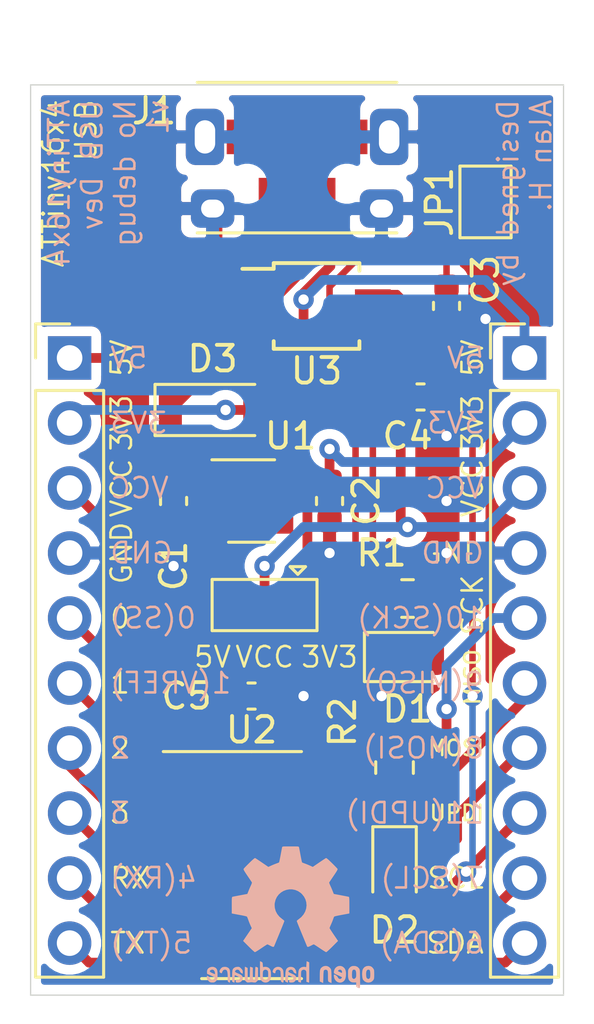
<source format=kicad_pcb>
(kicad_pcb (version 20171130) (host pcbnew "(5.1.9)-1")

  (general
    (thickness 1.6)
    (drawings 49)
    (tracks 165)
    (zones 0)
    (modules 19)
    (nets 24)
  )

  (page A4)
  (layers
    (0 F.Cu signal)
    (31 B.Cu signal)
    (32 B.Adhes user)
    (33 F.Adhes user)
    (34 B.Paste user)
    (35 F.Paste user)
    (36 B.SilkS user)
    (37 F.SilkS user)
    (38 B.Mask user)
    (39 F.Mask user)
    (40 Dwgs.User user)
    (41 Cmts.User user)
    (42 Eco1.User user)
    (43 Eco2.User user)
    (44 Edge.Cuts user)
    (45 Margin user)
    (46 B.CrtYd user)
    (47 F.CrtYd user)
    (48 B.Fab user)
    (49 F.Fab user)
  )

  (setup
    (last_trace_width 0.25)
    (user_trace_width 0.254)
    (user_trace_width 0.381)
    (user_trace_width 0.508)
    (user_trace_width 0.762)
    (trace_clearance 0.2)
    (zone_clearance 0.508)
    (zone_45_only no)
    (trace_min 0.2)
    (via_size 0.8)
    (via_drill 0.4)
    (via_min_size 0.4)
    (via_min_drill 0.3)
    (uvia_size 0.3)
    (uvia_drill 0.1)
    (uvias_allowed no)
    (uvia_min_size 0.2)
    (uvia_min_drill 0.1)
    (edge_width 0.05)
    (segment_width 0.2)
    (pcb_text_width 0.3)
    (pcb_text_size 1.5 1.5)
    (mod_edge_width 0.12)
    (mod_text_size 1 1)
    (mod_text_width 0.15)
    (pad_size 1.524 1.524)
    (pad_drill 0.762)
    (pad_to_mask_clearance 0)
    (aux_axis_origin 0 0)
    (visible_elements 7FFFFFFF)
    (pcbplotparams
      (layerselection 0x010fc_ffffffff)
      (usegerberextensions false)
      (usegerberattributes true)
      (usegerberadvancedattributes true)
      (creategerberjobfile true)
      (excludeedgelayer true)
      (linewidth 0.100000)
      (plotframeref false)
      (viasonmask false)
      (mode 1)
      (useauxorigin false)
      (hpglpennumber 1)
      (hpglpenspeed 20)
      (hpglpendiameter 15.000000)
      (psnegative false)
      (psa4output false)
      (plotreference true)
      (plotvalue true)
      (plotinvisibletext false)
      (padsonsilk false)
      (subtractmaskfromsilk false)
      (outputformat 1)
      (mirror false)
      (drillshape 0)
      (scaleselection 1)
      (outputdirectory "Gerbers/"))
  )

  (net 0 "")
  (net 1 GND)
  (net 2 +5V)
  (net 3 +3V3)
  (net 4 "Net-(C3-Pad1)")
  (net 5 VCC)
  (net 6 "Net-(D1-Pad2)")
  (net 7 "Net-(D2-Pad1)")
  (net 8 "Net-(J1-Pad2)")
  (net 9 "Net-(J1-Pad3)")
  (net 10 /5_TX)
  (net 11 /4_RX)
  (net 12 /3)
  (net 13 /2)
  (net 14 /1_VREF)
  (net 15 /0_SS)
  (net 16 /6_SDA)
  (net 17 /7_SCL)
  (net 18 /UPDI)
  (net 19 /8_MOSI)
  (net 20 /9_MISO)
  (net 21 /10_SCK)
  (net 22 "Net-(R1-Pad1)")
  (net 23 "Net-(R2-Pad2)")

  (net_class Default "This is the default net class."
    (clearance 0.2)
    (trace_width 0.25)
    (via_dia 0.8)
    (via_drill 0.4)
    (uvia_dia 0.3)
    (uvia_drill 0.1)
    (add_net +3V3)
    (add_net +5V)
    (add_net /0_SS)
    (add_net /10_SCK)
    (add_net /1_VREF)
    (add_net /2)
    (add_net /3)
    (add_net /4_RX)
    (add_net /5_TX)
    (add_net /6_SDA)
    (add_net /7_SCL)
    (add_net /8_MOSI)
    (add_net /9_MISO)
    (add_net /UPDI)
    (add_net GND)
    (add_net "Net-(C3-Pad1)")
    (add_net "Net-(D1-Pad2)")
    (add_net "Net-(D2-Pad1)")
    (add_net "Net-(J1-Pad2)")
    (add_net "Net-(J1-Pad3)")
    (add_net "Net-(R1-Pad1)")
    (add_net "Net-(R2-Pad2)")
    (add_net VCC)
  )

  (module Symbol:OSHW-Logo2_7.3x6mm_SilkScreen (layer B.Cu) (tedit 0) (tstamp 61E63FE8)
    (at 115.316 108.204 180)
    (descr "Open Source Hardware Symbol")
    (tags "Logo Symbol OSHW")
    (attr virtual)
    (fp_text reference REF** (at 0 0) (layer B.SilkS) hide
      (effects (font (size 1 1) (thickness 0.15)) (justify mirror))
    )
    (fp_text value OSHW-Logo2_7.3x6mm_SilkScreen (at 0.75 0) (layer B.Fab) hide
      (effects (font (size 1 1) (thickness 0.15)) (justify mirror))
    )
    (fp_poly (pts (xy 0.10391 2.757652) (xy 0.182454 2.757222) (xy 0.239298 2.756058) (xy 0.278105 2.753793)
      (xy 0.302538 2.75006) (xy 0.316262 2.744494) (xy 0.32294 2.736727) (xy 0.326236 2.726395)
      (xy 0.326556 2.725057) (xy 0.331562 2.700921) (xy 0.340829 2.653299) (xy 0.353392 2.587259)
      (xy 0.368287 2.507872) (xy 0.384551 2.420204) (xy 0.385119 2.417125) (xy 0.40141 2.331211)
      (xy 0.416652 2.255304) (xy 0.429861 2.193955) (xy 0.440054 2.151718) (xy 0.446248 2.133145)
      (xy 0.446543 2.132816) (xy 0.464788 2.123747) (xy 0.502405 2.108633) (xy 0.551271 2.090738)
      (xy 0.551543 2.090642) (xy 0.613093 2.067507) (xy 0.685657 2.038035) (xy 0.754057 2.008403)
      (xy 0.757294 2.006938) (xy 0.868702 1.956374) (xy 1.115399 2.12484) (xy 1.191077 2.176197)
      (xy 1.259631 2.222111) (xy 1.317088 2.25997) (xy 1.359476 2.287163) (xy 1.382825 2.301079)
      (xy 1.385042 2.302111) (xy 1.40201 2.297516) (xy 1.433701 2.275345) (xy 1.481352 2.234553)
      (xy 1.546198 2.174095) (xy 1.612397 2.109773) (xy 1.676214 2.046388) (xy 1.733329 1.988549)
      (xy 1.780305 1.939825) (xy 1.813703 1.90379) (xy 1.830085 1.884016) (xy 1.830694 1.882998)
      (xy 1.832505 1.869428) (xy 1.825683 1.847267) (xy 1.80854 1.813522) (xy 1.779393 1.7652)
      (xy 1.736555 1.699308) (xy 1.679448 1.614483) (xy 1.628766 1.539823) (xy 1.583461 1.47286)
      (xy 1.54615 1.417484) (xy 1.519452 1.37758) (xy 1.505985 1.357038) (xy 1.505137 1.355644)
      (xy 1.506781 1.335962) (xy 1.519245 1.297707) (xy 1.540048 1.248111) (xy 1.547462 1.232272)
      (xy 1.579814 1.16171) (xy 1.614328 1.081647) (xy 1.642365 1.012371) (xy 1.662568 0.960955)
      (xy 1.678615 0.921881) (xy 1.687888 0.901459) (xy 1.689041 0.899886) (xy 1.706096 0.897279)
      (xy 1.746298 0.890137) (xy 1.804302 0.879477) (xy 1.874763 0.866315) (xy 1.952335 0.851667)
      (xy 2.031672 0.836551) (xy 2.107431 0.821982) (xy 2.174264 0.808978) (xy 2.226828 0.798555)
      (xy 2.259776 0.79173) (xy 2.267857 0.789801) (xy 2.276205 0.785038) (xy 2.282506 0.774282)
      (xy 2.287045 0.753902) (xy 2.290104 0.720266) (xy 2.291967 0.669745) (xy 2.292918 0.598708)
      (xy 2.29324 0.503524) (xy 2.293257 0.464508) (xy 2.293257 0.147201) (xy 2.217057 0.132161)
      (xy 2.174663 0.124005) (xy 2.1114 0.112101) (xy 2.034962 0.097884) (xy 1.953043 0.08279)
      (xy 1.9304 0.078645) (xy 1.854806 0.063947) (xy 1.788953 0.049495) (xy 1.738366 0.036625)
      (xy 1.708574 0.026678) (xy 1.703612 0.023713) (xy 1.691426 0.002717) (xy 1.673953 -0.037967)
      (xy 1.654577 -0.090322) (xy 1.650734 -0.1016) (xy 1.625339 -0.171523) (xy 1.593817 -0.250418)
      (xy 1.562969 -0.321266) (xy 1.562817 -0.321595) (xy 1.511447 -0.432733) (xy 1.680399 -0.681253)
      (xy 1.849352 -0.929772) (xy 1.632429 -1.147058) (xy 1.566819 -1.211726) (xy 1.506979 -1.268733)
      (xy 1.456267 -1.315033) (xy 1.418046 -1.347584) (xy 1.395675 -1.363343) (xy 1.392466 -1.364343)
      (xy 1.373626 -1.356469) (xy 1.33518 -1.334578) (xy 1.28133 -1.301267) (xy 1.216276 -1.259131)
      (xy 1.14594 -1.211943) (xy 1.074555 -1.16381) (xy 1.010908 -1.121928) (xy 0.959041 -1.088871)
      (xy 0.922995 -1.067218) (xy 0.906867 -1.059543) (xy 0.887189 -1.066037) (xy 0.849875 -1.08315)
      (xy 0.802621 -1.107326) (xy 0.797612 -1.110013) (xy 0.733977 -1.141927) (xy 0.690341 -1.157579)
      (xy 0.663202 -1.157745) (xy 0.649057 -1.143204) (xy 0.648975 -1.143) (xy 0.641905 -1.125779)
      (xy 0.625042 -1.084899) (xy 0.599695 -1.023525) (xy 0.567171 -0.944819) (xy 0.528778 -0.851947)
      (xy 0.485822 -0.748072) (xy 0.444222 -0.647502) (xy 0.398504 -0.536516) (xy 0.356526 -0.433703)
      (xy 0.319548 -0.342215) (xy 0.288827 -0.265201) (xy 0.265622 -0.205815) (xy 0.25119 -0.167209)
      (xy 0.246743 -0.1528) (xy 0.257896 -0.136272) (xy 0.287069 -0.10993) (xy 0.325971 -0.080887)
      (xy 0.436757 0.010961) (xy 0.523351 0.116241) (xy 0.584716 0.232734) (xy 0.619815 0.358224)
      (xy 0.627608 0.490493) (xy 0.621943 0.551543) (xy 0.591078 0.678205) (xy 0.53792 0.790059)
      (xy 0.465767 0.885999) (xy 0.377917 0.964924) (xy 0.277665 1.02573) (xy 0.16831 1.067313)
      (xy 0.053147 1.088572) (xy -0.064525 1.088401) (xy -0.18141 1.065699) (xy -0.294211 1.019362)
      (xy -0.399631 0.948287) (xy -0.443632 0.908089) (xy -0.528021 0.804871) (xy -0.586778 0.692075)
      (xy -0.620296 0.57299) (xy -0.628965 0.450905) (xy -0.613177 0.329107) (xy -0.573322 0.210884)
      (xy -0.509793 0.099525) (xy -0.422979 -0.001684) (xy -0.325971 -0.080887) (xy -0.285563 -0.111162)
      (xy -0.257018 -0.137219) (xy -0.246743 -0.152825) (xy -0.252123 -0.169843) (xy -0.267425 -0.2105)
      (xy -0.291388 -0.271642) (xy -0.322756 -0.350119) (xy -0.360268 -0.44278) (xy -0.402667 -0.546472)
      (xy -0.444337 -0.647526) (xy -0.49031 -0.758607) (xy -0.532893 -0.861541) (xy -0.570779 -0.953165)
      (xy -0.60266 -1.030316) (xy -0.627229 -1.089831) (xy -0.64318 -1.128544) (xy -0.64909 -1.143)
      (xy -0.663052 -1.157685) (xy -0.69006 -1.157642) (xy -0.733587 -1.142099) (xy -0.79711 -1.110284)
      (xy -0.797612 -1.110013) (xy -0.84544 -1.085323) (xy -0.884103 -1.067338) (xy -0.905905 -1.059614)
      (xy -0.906867 -1.059543) (xy -0.923279 -1.067378) (xy -0.959513 -1.089165) (xy -1.011526 -1.122328)
      (xy -1.075275 -1.164291) (xy -1.14594 -1.211943) (xy -1.217884 -1.260191) (xy -1.282726 -1.302151)
      (xy -1.336265 -1.335227) (xy -1.374303 -1.356821) (xy -1.392467 -1.364343) (xy -1.409192 -1.354457)
      (xy -1.44282 -1.326826) (xy -1.48999 -1.284495) (xy -1.547342 -1.230505) (xy -1.611516 -1.167899)
      (xy -1.632503 -1.146983) (xy -1.849501 -0.929623) (xy -1.684332 -0.68722) (xy -1.634136 -0.612781)
      (xy -1.590081 -0.545972) (xy -1.554638 -0.490665) (xy -1.530281 -0.450729) (xy -1.519478 -0.430036)
      (xy -1.519162 -0.428563) (xy -1.524857 -0.409058) (xy -1.540174 -0.369822) (xy -1.562463 -0.31743)
      (xy -1.578107 -0.282355) (xy -1.607359 -0.215201) (xy -1.634906 -0.147358) (xy -1.656263 -0.090034)
      (xy -1.662065 -0.072572) (xy -1.678548 -0.025938) (xy -1.69466 0.010095) (xy -1.70351 0.023713)
      (xy -1.72304 0.032048) (xy -1.765666 0.043863) (xy -1.825855 0.057819) (xy -1.898078 0.072578)
      (xy -1.9304 0.078645) (xy -2.012478 0.093727) (xy -2.091205 0.108331) (xy -2.158891 0.12102)
      (xy -2.20784 0.130358) (xy -2.217057 0.132161) (xy -2.293257 0.147201) (xy -2.293257 0.464508)
      (xy -2.293086 0.568846) (xy -2.292384 0.647787) (xy -2.290866 0.704962) (xy -2.288251 0.744001)
      (xy -2.284254 0.768535) (xy -2.278591 0.782195) (xy -2.27098 0.788611) (xy -2.267857 0.789801)
      (xy -2.249022 0.79402) (xy -2.207412 0.802438) (xy -2.14837 0.814039) (xy -2.077243 0.827805)
      (xy -1.999375 0.84272) (xy -1.920113 0.857768) (xy -1.844802 0.871931) (xy -1.778787 0.884194)
      (xy -1.727413 0.893539) (xy -1.696025 0.89895) (xy -1.689041 0.899886) (xy -1.682715 0.912404)
      (xy -1.66871 0.945754) (xy -1.649645 0.993623) (xy -1.642366 1.012371) (xy -1.613004 1.084805)
      (xy -1.578429 1.16483) (xy -1.547463 1.232272) (xy -1.524677 1.283841) (xy -1.509518 1.326215)
      (xy -1.504458 1.352166) (xy -1.505264 1.355644) (xy -1.515959 1.372064) (xy -1.54038 1.408583)
      (xy -1.575905 1.461313) (xy -1.619913 1.526365) (xy -1.669783 1.599849) (xy -1.679644 1.614355)
      (xy -1.737508 1.700296) (xy -1.780044 1.765739) (xy -1.808946 1.813696) (xy -1.82591 1.84718)
      (xy -1.832633 1.869205) (xy -1.83081 1.882783) (xy -1.830764 1.882869) (xy -1.816414 1.900703)
      (xy -1.784677 1.935183) (xy -1.73899 1.982732) (xy -1.682796 2.039778) (xy -1.619532 2.102745)
      (xy -1.612398 2.109773) (xy -1.53267 2.18698) (xy -1.471143 2.24367) (xy -1.426579 2.28089)
      (xy -1.397743 2.299685) (xy -1.385042 2.302111) (xy -1.366506 2.291529) (xy -1.328039 2.267084)
      (xy -1.273614 2.231388) (xy -1.207202 2.187053) (xy -1.132775 2.136689) (xy -1.115399 2.12484)
      (xy -0.868703 1.956374) (xy -0.757294 2.006938) (xy -0.689543 2.036405) (xy -0.616817 2.066041)
      (xy -0.554297 2.08967) (xy -0.551543 2.090642) (xy -0.50264 2.108543) (xy -0.464943 2.12368)
      (xy -0.446575 2.13279) (xy -0.446544 2.132816) (xy -0.440715 2.149283) (xy -0.430808 2.189781)
      (xy -0.417805 2.249758) (xy -0.402691 2.32466) (xy -0.386448 2.409936) (xy -0.385119 2.417125)
      (xy -0.368825 2.504986) (xy -0.353867 2.58474) (xy -0.341209 2.651319) (xy -0.331814 2.699653)
      (xy -0.326646 2.724675) (xy -0.326556 2.725057) (xy -0.323411 2.735701) (xy -0.317296 2.743738)
      (xy -0.304547 2.749533) (xy -0.2815 2.753453) (xy -0.244491 2.755865) (xy -0.189856 2.757135)
      (xy -0.113933 2.757629) (xy -0.013056 2.757714) (xy 0 2.757714) (xy 0.10391 2.757652)) (layer B.SilkS) (width 0.01))
    (fp_poly (pts (xy 3.153595 -1.966966) (xy 3.211021 -2.004497) (xy 3.238719 -2.038096) (xy 3.260662 -2.099064)
      (xy 3.262405 -2.147308) (xy 3.258457 -2.211816) (xy 3.109686 -2.276934) (xy 3.037349 -2.310202)
      (xy 2.990084 -2.336964) (xy 2.965507 -2.360144) (xy 2.961237 -2.382667) (xy 2.974889 -2.407455)
      (xy 2.989943 -2.423886) (xy 3.033746 -2.450235) (xy 3.081389 -2.452081) (xy 3.125145 -2.431546)
      (xy 3.157289 -2.390752) (xy 3.163038 -2.376347) (xy 3.190576 -2.331356) (xy 3.222258 -2.312182)
      (xy 3.265714 -2.295779) (xy 3.265714 -2.357966) (xy 3.261872 -2.400283) (xy 3.246823 -2.435969)
      (xy 3.21528 -2.476943) (xy 3.210592 -2.482267) (xy 3.175506 -2.51872) (xy 3.145347 -2.538283)
      (xy 3.107615 -2.547283) (xy 3.076335 -2.55023) (xy 3.020385 -2.550965) (xy 2.980555 -2.54166)
      (xy 2.955708 -2.527846) (xy 2.916656 -2.497467) (xy 2.889625 -2.464613) (xy 2.872517 -2.423294)
      (xy 2.863238 -2.367521) (xy 2.859693 -2.291305) (xy 2.85941 -2.252622) (xy 2.860372 -2.206247)
      (xy 2.948007 -2.206247) (xy 2.949023 -2.231126) (xy 2.951556 -2.2352) (xy 2.968274 -2.229665)
      (xy 3.004249 -2.215017) (xy 3.052331 -2.19419) (xy 3.062386 -2.189714) (xy 3.123152 -2.158814)
      (xy 3.156632 -2.131657) (xy 3.16399 -2.10622) (xy 3.146391 -2.080481) (xy 3.131856 -2.069109)
      (xy 3.07941 -2.046364) (xy 3.030322 -2.050122) (xy 2.989227 -2.077884) (xy 2.960758 -2.127152)
      (xy 2.951631 -2.166257) (xy 2.948007 -2.206247) (xy 2.860372 -2.206247) (xy 2.861285 -2.162249)
      (xy 2.868196 -2.095384) (xy 2.881884 -2.046695) (xy 2.904096 -2.010849) (xy 2.936574 -1.982513)
      (xy 2.950733 -1.973355) (xy 3.015053 -1.949507) (xy 3.085473 -1.948006) (xy 3.153595 -1.966966)) (layer B.SilkS) (width 0.01))
    (fp_poly (pts (xy 2.6526 -1.958752) (xy 2.669948 -1.966334) (xy 2.711356 -1.999128) (xy 2.746765 -2.046547)
      (xy 2.768664 -2.097151) (xy 2.772229 -2.122098) (xy 2.760279 -2.156927) (xy 2.734067 -2.175357)
      (xy 2.705964 -2.186516) (xy 2.693095 -2.188572) (xy 2.686829 -2.173649) (xy 2.674456 -2.141175)
      (xy 2.669028 -2.126502) (xy 2.63859 -2.075744) (xy 2.59452 -2.050427) (xy 2.53801 -2.051206)
      (xy 2.533825 -2.052203) (xy 2.503655 -2.066507) (xy 2.481476 -2.094393) (xy 2.466327 -2.139287)
      (xy 2.45725 -2.204615) (xy 2.453286 -2.293804) (xy 2.452914 -2.341261) (xy 2.45273 -2.416071)
      (xy 2.451522 -2.467069) (xy 2.448309 -2.499471) (xy 2.442109 -2.518495) (xy 2.43194 -2.529356)
      (xy 2.416819 -2.537272) (xy 2.415946 -2.53767) (xy 2.386828 -2.549981) (xy 2.372403 -2.554514)
      (xy 2.370186 -2.540809) (xy 2.368289 -2.502925) (xy 2.366847 -2.445715) (xy 2.365998 -2.374027)
      (xy 2.365829 -2.321565) (xy 2.366692 -2.220047) (xy 2.37007 -2.143032) (xy 2.377142 -2.086023)
      (xy 2.389088 -2.044526) (xy 2.40709 -2.014043) (xy 2.432327 -1.99008) (xy 2.457247 -1.973355)
      (xy 2.517171 -1.951097) (xy 2.586911 -1.946076) (xy 2.6526 -1.958752)) (layer B.SilkS) (width 0.01))
    (fp_poly (pts (xy 2.144876 -1.956335) (xy 2.186667 -1.975344) (xy 2.219469 -1.998378) (xy 2.243503 -2.024133)
      (xy 2.260097 -2.057358) (xy 2.270577 -2.1028) (xy 2.276271 -2.165207) (xy 2.278507 -2.249327)
      (xy 2.278743 -2.304721) (xy 2.278743 -2.520826) (xy 2.241774 -2.53767) (xy 2.212656 -2.549981)
      (xy 2.198231 -2.554514) (xy 2.195472 -2.541025) (xy 2.193282 -2.504653) (xy 2.191942 -2.451542)
      (xy 2.191657 -2.409372) (xy 2.190434 -2.348447) (xy 2.187136 -2.300115) (xy 2.182321 -2.270518)
      (xy 2.178496 -2.264229) (xy 2.152783 -2.270652) (xy 2.112418 -2.287125) (xy 2.065679 -2.309458)
      (xy 2.020845 -2.333457) (xy 1.986193 -2.35493) (xy 1.970002 -2.369685) (xy 1.969938 -2.369845)
      (xy 1.97133 -2.397152) (xy 1.983818 -2.423219) (xy 2.005743 -2.444392) (xy 2.037743 -2.451474)
      (xy 2.065092 -2.450649) (xy 2.103826 -2.450042) (xy 2.124158 -2.459116) (xy 2.136369 -2.483092)
      (xy 2.137909 -2.487613) (xy 2.143203 -2.521806) (xy 2.129047 -2.542568) (xy 2.092148 -2.552462)
      (xy 2.052289 -2.554292) (xy 1.980562 -2.540727) (xy 1.943432 -2.521355) (xy 1.897576 -2.475845)
      (xy 1.873256 -2.419983) (xy 1.871073 -2.360957) (xy 1.891629 -2.305953) (xy 1.922549 -2.271486)
      (xy 1.95342 -2.252189) (xy 2.001942 -2.227759) (xy 2.058485 -2.202985) (xy 2.06791 -2.199199)
      (xy 2.130019 -2.171791) (xy 2.165822 -2.147634) (xy 2.177337 -2.123619) (xy 2.16658 -2.096635)
      (xy 2.148114 -2.075543) (xy 2.104469 -2.049572) (xy 2.056446 -2.047624) (xy 2.012406 -2.067637)
      (xy 1.980709 -2.107551) (xy 1.976549 -2.117848) (xy 1.952327 -2.155724) (xy 1.916965 -2.183842)
      (xy 1.872343 -2.206917) (xy 1.872343 -2.141485) (xy 1.874969 -2.101506) (xy 1.88623 -2.069997)
      (xy 1.911199 -2.036378) (xy 1.935169 -2.010484) (xy 1.972441 -1.973817) (xy 2.001401 -1.954121)
      (xy 2.032505 -1.94622) (xy 2.067713 -1.944914) (xy 2.144876 -1.956335)) (layer B.SilkS) (width 0.01))
    (fp_poly (pts (xy 1.779833 -1.958663) (xy 1.782048 -1.99685) (xy 1.783784 -2.054886) (xy 1.784899 -2.12818)
      (xy 1.785257 -2.205055) (xy 1.785257 -2.465196) (xy 1.739326 -2.511127) (xy 1.707675 -2.539429)
      (xy 1.67989 -2.550893) (xy 1.641915 -2.550168) (xy 1.62684 -2.548321) (xy 1.579726 -2.542948)
      (xy 1.540756 -2.539869) (xy 1.531257 -2.539585) (xy 1.499233 -2.541445) (xy 1.453432 -2.546114)
      (xy 1.435674 -2.548321) (xy 1.392057 -2.551735) (xy 1.362745 -2.54432) (xy 1.33368 -2.521427)
      (xy 1.323188 -2.511127) (xy 1.277257 -2.465196) (xy 1.277257 -1.978602) (xy 1.314226 -1.961758)
      (xy 1.346059 -1.949282) (xy 1.364683 -1.944914) (xy 1.369458 -1.958718) (xy 1.373921 -1.997286)
      (xy 1.377775 -2.056356) (xy 1.380722 -2.131663) (xy 1.382143 -2.195286) (xy 1.386114 -2.445657)
      (xy 1.420759 -2.450556) (xy 1.452268 -2.447131) (xy 1.467708 -2.436041) (xy 1.472023 -2.415308)
      (xy 1.475708 -2.371145) (xy 1.478469 -2.309146) (xy 1.480012 -2.234909) (xy 1.480235 -2.196706)
      (xy 1.480457 -1.976783) (xy 1.526166 -1.960849) (xy 1.558518 -1.950015) (xy 1.576115 -1.944962)
      (xy 1.576623 -1.944914) (xy 1.578388 -1.958648) (xy 1.580329 -1.99673) (xy 1.582282 -2.054482)
      (xy 1.584084 -2.127227) (xy 1.585343 -2.195286) (xy 1.589314 -2.445657) (xy 1.6764 -2.445657)
      (xy 1.680396 -2.21724) (xy 1.684392 -1.988822) (xy 1.726847 -1.966868) (xy 1.758192 -1.951793)
      (xy 1.776744 -1.944951) (xy 1.777279 -1.944914) (xy 1.779833 -1.958663)) (layer B.SilkS) (width 0.01))
    (fp_poly (pts (xy 1.190117 -2.065358) (xy 1.189933 -2.173837) (xy 1.189219 -2.257287) (xy 1.187675 -2.319704)
      (xy 1.185001 -2.365085) (xy 1.180894 -2.397429) (xy 1.175055 -2.420733) (xy 1.167182 -2.438995)
      (xy 1.161221 -2.449418) (xy 1.111855 -2.505945) (xy 1.049264 -2.541377) (xy 0.980013 -2.55409)
      (xy 0.910668 -2.542463) (xy 0.869375 -2.521568) (xy 0.826025 -2.485422) (xy 0.796481 -2.441276)
      (xy 0.778655 -2.383462) (xy 0.770463 -2.306313) (xy 0.769302 -2.249714) (xy 0.769458 -2.245647)
      (xy 0.870857 -2.245647) (xy 0.871476 -2.31055) (xy 0.874314 -2.353514) (xy 0.88084 -2.381622)
      (xy 0.892523 -2.401953) (xy 0.906483 -2.417288) (xy 0.953365 -2.44689) (xy 1.003701 -2.449419)
      (xy 1.051276 -2.424705) (xy 1.054979 -2.421356) (xy 1.070783 -2.403935) (xy 1.080693 -2.383209)
      (xy 1.086058 -2.352362) (xy 1.088228 -2.304577) (xy 1.088571 -2.251748) (xy 1.087827 -2.185381)
      (xy 1.084748 -2.141106) (xy 1.078061 -2.112009) (xy 1.066496 -2.091173) (xy 1.057013 -2.080107)
      (xy 1.01296 -2.052198) (xy 0.962224 -2.048843) (xy 0.913796 -2.070159) (xy 0.90445 -2.078073)
      (xy 0.88854 -2.095647) (xy 0.87861 -2.116587) (xy 0.873278 -2.147782) (xy 0.871163 -2.196122)
      (xy 0.870857 -2.245647) (xy 0.769458 -2.245647) (xy 0.77281 -2.158568) (xy 0.784726 -2.090086)
      (xy 0.807135 -2.0386) (xy 0.842124 -1.998443) (xy 0.869375 -1.977861) (xy 0.918907 -1.955625)
      (xy 0.976316 -1.945304) (xy 1.029682 -1.948067) (xy 1.059543 -1.959212) (xy 1.071261 -1.962383)
      (xy 1.079037 -1.950557) (xy 1.084465 -1.918866) (xy 1.088571 -1.870593) (xy 1.093067 -1.816829)
      (xy 1.099313 -1.784482) (xy 1.110676 -1.765985) (xy 1.130528 -1.75377) (xy 1.143 -1.748362)
      (xy 1.190171 -1.728601) (xy 1.190117 -2.065358)) (layer B.SilkS) (width 0.01))
    (fp_poly (pts (xy 0.529926 -1.949755) (xy 0.595858 -1.974084) (xy 0.649273 -2.017117) (xy 0.670164 -2.047409)
      (xy 0.692939 -2.102994) (xy 0.692466 -2.143186) (xy 0.668562 -2.170217) (xy 0.659717 -2.174813)
      (xy 0.62153 -2.189144) (xy 0.602028 -2.185472) (xy 0.595422 -2.161407) (xy 0.595086 -2.148114)
      (xy 0.582992 -2.09921) (xy 0.551471 -2.064999) (xy 0.507659 -2.048476) (xy 0.458695 -2.052634)
      (xy 0.418894 -2.074227) (xy 0.40545 -2.086544) (xy 0.395921 -2.101487) (xy 0.389485 -2.124075)
      (xy 0.385317 -2.159328) (xy 0.382597 -2.212266) (xy 0.380502 -2.287907) (xy 0.37996 -2.311857)
      (xy 0.377981 -2.39379) (xy 0.375731 -2.451455) (xy 0.372357 -2.489608) (xy 0.367006 -2.513004)
      (xy 0.358824 -2.526398) (xy 0.346959 -2.534545) (xy 0.339362 -2.538144) (xy 0.307102 -2.550452)
      (xy 0.288111 -2.554514) (xy 0.281836 -2.540948) (xy 0.278006 -2.499934) (xy 0.2766 -2.430999)
      (xy 0.277598 -2.333669) (xy 0.277908 -2.318657) (xy 0.280101 -2.229859) (xy 0.282693 -2.165019)
      (xy 0.286382 -2.119067) (xy 0.291864 -2.086935) (xy 0.299835 -2.063553) (xy 0.310993 -2.043852)
      (xy 0.31683 -2.03541) (xy 0.350296 -1.998057) (xy 0.387727 -1.969003) (xy 0.392309 -1.966467)
      (xy 0.459426 -1.946443) (xy 0.529926 -1.949755)) (layer B.SilkS) (width 0.01))
    (fp_poly (pts (xy 0.039744 -1.950968) (xy 0.096616 -1.972087) (xy 0.097267 -1.972493) (xy 0.13244 -1.99838)
      (xy 0.158407 -2.028633) (xy 0.17667 -2.068058) (xy 0.188732 -2.121462) (xy 0.196096 -2.193651)
      (xy 0.200264 -2.289432) (xy 0.200629 -2.303078) (xy 0.205876 -2.508842) (xy 0.161716 -2.531678)
      (xy 0.129763 -2.54711) (xy 0.11047 -2.554423) (xy 0.109578 -2.554514) (xy 0.106239 -2.541022)
      (xy 0.103587 -2.504626) (xy 0.101956 -2.451452) (xy 0.1016 -2.408393) (xy 0.101592 -2.338641)
      (xy 0.098403 -2.294837) (xy 0.087288 -2.273944) (xy 0.063501 -2.272925) (xy 0.022296 -2.288741)
      (xy -0.039914 -2.317815) (xy -0.085659 -2.341963) (xy -0.109187 -2.362913) (xy -0.116104 -2.385747)
      (xy -0.116114 -2.386877) (xy -0.104701 -2.426212) (xy -0.070908 -2.447462) (xy -0.019191 -2.450539)
      (xy 0.018061 -2.450006) (xy 0.037703 -2.460735) (xy 0.049952 -2.486505) (xy 0.057002 -2.519337)
      (xy 0.046842 -2.537966) (xy 0.043017 -2.540632) (xy 0.007001 -2.55134) (xy -0.043434 -2.552856)
      (xy -0.095374 -2.545759) (xy -0.132178 -2.532788) (xy -0.183062 -2.489585) (xy -0.211986 -2.429446)
      (xy -0.217714 -2.382462) (xy -0.213343 -2.340082) (xy -0.197525 -2.305488) (xy -0.166203 -2.274763)
      (xy -0.115322 -2.24399) (xy -0.040824 -2.209252) (xy -0.036286 -2.207288) (xy 0.030821 -2.176287)
      (xy 0.072232 -2.150862) (xy 0.089981 -2.128014) (xy 0.086107 -2.104745) (xy 0.062643 -2.078056)
      (xy 0.055627 -2.071914) (xy 0.00863 -2.0481) (xy -0.040067 -2.049103) (xy -0.082478 -2.072451)
      (xy -0.110616 -2.115675) (xy -0.113231 -2.12416) (xy -0.138692 -2.165308) (xy -0.170999 -2.185128)
      (xy -0.217714 -2.20477) (xy -0.217714 -2.15395) (xy -0.203504 -2.080082) (xy -0.161325 -2.012327)
      (xy -0.139376 -1.989661) (xy -0.089483 -1.960569) (xy -0.026033 -1.9474) (xy 0.039744 -1.950968)) (layer B.SilkS) (width 0.01))
    (fp_poly (pts (xy -0.624114 -1.851289) (xy -0.619861 -1.910613) (xy -0.614975 -1.945572) (xy -0.608205 -1.96082)
      (xy -0.598298 -1.961015) (xy -0.595086 -1.959195) (xy -0.552356 -1.946015) (xy -0.496773 -1.946785)
      (xy -0.440263 -1.960333) (xy -0.404918 -1.977861) (xy -0.368679 -2.005861) (xy -0.342187 -2.037549)
      (xy -0.324001 -2.077813) (xy -0.312678 -2.131543) (xy -0.306778 -2.203626) (xy -0.304857 -2.298951)
      (xy -0.304823 -2.317237) (xy -0.3048 -2.522646) (xy -0.350509 -2.53858) (xy -0.382973 -2.54942)
      (xy -0.400785 -2.554468) (xy -0.401309 -2.554514) (xy -0.403063 -2.540828) (xy -0.404556 -2.503076)
      (xy -0.405674 -2.446224) (xy -0.406303 -2.375234) (xy -0.4064 -2.332073) (xy -0.406602 -2.246973)
      (xy -0.407642 -2.185981) (xy -0.410169 -2.144177) (xy -0.414836 -2.116642) (xy -0.422293 -2.098456)
      (xy -0.433189 -2.084698) (xy -0.439993 -2.078073) (xy -0.486728 -2.051375) (xy -0.537728 -2.049375)
      (xy -0.583999 -2.071955) (xy -0.592556 -2.080107) (xy -0.605107 -2.095436) (xy -0.613812 -2.113618)
      (xy -0.619369 -2.139909) (xy -0.622474 -2.179562) (xy -0.623824 -2.237832) (xy -0.624114 -2.318173)
      (xy -0.624114 -2.522646) (xy -0.669823 -2.53858) (xy -0.702287 -2.54942) (xy -0.720099 -2.554468)
      (xy -0.720623 -2.554514) (xy -0.721963 -2.540623) (xy -0.723172 -2.501439) (xy -0.724199 -2.4407)
      (xy -0.724998 -2.362141) (xy -0.725519 -2.269498) (xy -0.725714 -2.166509) (xy -0.725714 -1.769342)
      (xy -0.678543 -1.749444) (xy -0.631371 -1.729547) (xy -0.624114 -1.851289)) (layer B.SilkS) (width 0.01))
    (fp_poly (pts (xy -1.831697 -1.931239) (xy -1.774473 -1.969735) (xy -1.730251 -2.025335) (xy -1.703833 -2.096086)
      (xy -1.69849 -2.148162) (xy -1.699097 -2.169893) (xy -1.704178 -2.186531) (xy -1.718145 -2.201437)
      (xy -1.745411 -2.217973) (xy -1.790388 -2.239498) (xy -1.857489 -2.269374) (xy -1.857829 -2.269524)
      (xy -1.919593 -2.297813) (xy -1.970241 -2.322933) (xy -2.004596 -2.342179) (xy -2.017482 -2.352848)
      (xy -2.017486 -2.352934) (xy -2.006128 -2.376166) (xy -1.979569 -2.401774) (xy -1.949077 -2.420221)
      (xy -1.93363 -2.423886) (xy -1.891485 -2.411212) (xy -1.855192 -2.379471) (xy -1.837483 -2.344572)
      (xy -1.820448 -2.318845) (xy -1.787078 -2.289546) (xy -1.747851 -2.264235) (xy -1.713244 -2.250471)
      (xy -1.706007 -2.249714) (xy -1.697861 -2.26216) (xy -1.69737 -2.293972) (xy -1.703357 -2.336866)
      (xy -1.714643 -2.382558) (xy -1.73005 -2.422761) (xy -1.730829 -2.424322) (xy -1.777196 -2.489062)
      (xy -1.837289 -2.533097) (xy -1.905535 -2.554711) (xy -1.976362 -2.552185) (xy -2.044196 -2.523804)
      (xy -2.047212 -2.521808) (xy -2.100573 -2.473448) (xy -2.13566 -2.410352) (xy -2.155078 -2.327387)
      (xy -2.157684 -2.304078) (xy -2.162299 -2.194055) (xy -2.156767 -2.142748) (xy -2.017486 -2.142748)
      (xy -2.015676 -2.174753) (xy -2.005778 -2.184093) (xy -1.981102 -2.177105) (xy -1.942205 -2.160587)
      (xy -1.898725 -2.139881) (xy -1.897644 -2.139333) (xy -1.860791 -2.119949) (xy -1.846 -2.107013)
      (xy -1.849647 -2.093451) (xy -1.865005 -2.075632) (xy -1.904077 -2.049845) (xy -1.946154 -2.04795)
      (xy -1.983897 -2.066717) (xy -2.009966 -2.102915) (xy -2.017486 -2.142748) (xy -2.156767 -2.142748)
      (xy -2.152806 -2.106027) (xy -2.12845 -2.036212) (xy -2.094544 -1.987302) (xy -2.033347 -1.937878)
      (xy -1.965937 -1.913359) (xy -1.89712 -1.911797) (xy -1.831697 -1.931239)) (layer B.SilkS) (width 0.01))
    (fp_poly (pts (xy -2.958885 -1.921962) (xy -2.890855 -1.957733) (xy -2.840649 -2.015301) (xy -2.822815 -2.052312)
      (xy -2.808937 -2.107882) (xy -2.801833 -2.178096) (xy -2.80116 -2.254727) (xy -2.806573 -2.329552)
      (xy -2.81773 -2.394342) (xy -2.834286 -2.440873) (xy -2.839374 -2.448887) (xy -2.899645 -2.508707)
      (xy -2.971231 -2.544535) (xy -3.048908 -2.55502) (xy -3.127452 -2.53881) (xy -3.149311 -2.529092)
      (xy -3.191878 -2.499143) (xy -3.229237 -2.459433) (xy -3.232768 -2.454397) (xy -3.247119 -2.430124)
      (xy -3.256606 -2.404178) (xy -3.26221 -2.370022) (xy -3.264914 -2.321119) (xy -3.265701 -2.250935)
      (xy -3.265714 -2.2352) (xy -3.265678 -2.230192) (xy -3.120571 -2.230192) (xy -3.119727 -2.29643)
      (xy -3.116404 -2.340386) (xy -3.109417 -2.368779) (xy -3.097584 -2.388325) (xy -3.091543 -2.394857)
      (xy -3.056814 -2.41968) (xy -3.023097 -2.418548) (xy -2.989005 -2.397016) (xy -2.968671 -2.374029)
      (xy -2.956629 -2.340478) (xy -2.949866 -2.287569) (xy -2.949402 -2.281399) (xy -2.948248 -2.185513)
      (xy -2.960312 -2.114299) (xy -2.98543 -2.068194) (xy -3.02344 -2.047635) (xy -3.037008 -2.046514)
      (xy -3.072636 -2.052152) (xy -3.097006 -2.071686) (xy -3.111907 -2.109042) (xy -3.119125 -2.16815)
      (xy -3.120571 -2.230192) (xy -3.265678 -2.230192) (xy -3.265174 -2.160413) (xy -3.262904 -2.108159)
      (xy -3.257932 -2.071949) (xy -3.249287 -2.045299) (xy -3.235995 -2.021722) (xy -3.233057 -2.017338)
      (xy -3.183687 -1.958249) (xy -3.129891 -1.923947) (xy -3.064398 -1.910331) (xy -3.042158 -1.909665)
      (xy -2.958885 -1.921962)) (layer B.SilkS) (width 0.01))
    (fp_poly (pts (xy -1.283907 -1.92778) (xy -1.237328 -1.954723) (xy -1.204943 -1.981466) (xy -1.181258 -2.009484)
      (xy -1.164941 -2.043748) (xy -1.154661 -2.089227) (xy -1.149086 -2.150892) (xy -1.146884 -2.233711)
      (xy -1.146629 -2.293246) (xy -1.146629 -2.512391) (xy -1.208314 -2.540044) (xy -1.27 -2.567697)
      (xy -1.277257 -2.32767) (xy -1.280256 -2.238028) (xy -1.283402 -2.172962) (xy -1.287299 -2.128026)
      (xy -1.292553 -2.09877) (xy -1.299769 -2.080748) (xy -1.30955 -2.069511) (xy -1.312688 -2.067079)
      (xy -1.360239 -2.048083) (xy -1.408303 -2.0556) (xy -1.436914 -2.075543) (xy -1.448553 -2.089675)
      (xy -1.456609 -2.10822) (xy -1.461729 -2.136334) (xy -1.464559 -2.179173) (xy -1.465744 -2.241895)
      (xy -1.465943 -2.307261) (xy -1.465982 -2.389268) (xy -1.467386 -2.447316) (xy -1.472086 -2.486465)
      (xy -1.482013 -2.51178) (xy -1.499097 -2.528323) (xy -1.525268 -2.541156) (xy -1.560225 -2.554491)
      (xy -1.598404 -2.569007) (xy -1.593859 -2.311389) (xy -1.592029 -2.218519) (xy -1.589888 -2.149889)
      (xy -1.586819 -2.100711) (xy -1.582206 -2.066198) (xy -1.575432 -2.041562) (xy -1.565881 -2.022016)
      (xy -1.554366 -2.00477) (xy -1.49881 -1.94968) (xy -1.43102 -1.917822) (xy -1.357287 -1.910191)
      (xy -1.283907 -1.92778)) (layer B.SilkS) (width 0.01))
    (fp_poly (pts (xy -2.400256 -1.919918) (xy -2.344799 -1.947568) (xy -2.295852 -1.99848) (xy -2.282371 -2.017338)
      (xy -2.267686 -2.042015) (xy -2.258158 -2.068816) (xy -2.252707 -2.104587) (xy -2.250253 -2.156169)
      (xy -2.249714 -2.224267) (xy -2.252148 -2.317588) (xy -2.260606 -2.387657) (xy -2.276826 -2.439931)
      (xy -2.302546 -2.479869) (xy -2.339503 -2.512929) (xy -2.342218 -2.514886) (xy -2.37864 -2.534908)
      (xy -2.422498 -2.544815) (xy -2.478276 -2.547257) (xy -2.568952 -2.547257) (xy -2.56899 -2.635283)
      (xy -2.569834 -2.684308) (xy -2.574976 -2.713065) (xy -2.588413 -2.730311) (xy -2.614142 -2.744808)
      (xy -2.620321 -2.747769) (xy -2.649236 -2.761648) (xy -2.671624 -2.770414) (xy -2.688271 -2.771171)
      (xy -2.699964 -2.761023) (xy -2.70749 -2.737073) (xy -2.711634 -2.696426) (xy -2.713185 -2.636186)
      (xy -2.712929 -2.553455) (xy -2.711651 -2.445339) (xy -2.711252 -2.413) (xy -2.709815 -2.301524)
      (xy -2.708528 -2.228603) (xy -2.569029 -2.228603) (xy -2.568245 -2.290499) (xy -2.56476 -2.330997)
      (xy -2.556876 -2.357708) (xy -2.542895 -2.378244) (xy -2.533403 -2.38826) (xy -2.494596 -2.417567)
      (xy -2.460237 -2.419952) (xy -2.424784 -2.39575) (xy -2.423886 -2.394857) (xy -2.409461 -2.376153)
      (xy -2.400687 -2.350732) (xy -2.396261 -2.311584) (xy -2.394882 -2.251697) (xy -2.394857 -2.23843)
      (xy -2.398188 -2.155901) (xy -2.409031 -2.098691) (xy -2.42866 -2.063766) (xy -2.45835 -2.048094)
      (xy -2.475509 -2.046514) (xy -2.516234 -2.053926) (xy -2.544168 -2.07833) (xy -2.560983 -2.12298)
      (xy -2.56835 -2.19113) (xy -2.569029 -2.228603) (xy -2.708528 -2.228603) (xy -2.708292 -2.215245)
      (xy -2.706323 -2.150333) (xy -2.70355 -2.102958) (xy -2.699612 -2.06929) (xy -2.694151 -2.045498)
      (xy -2.686808 -2.027753) (xy -2.677223 -2.012224) (xy -2.673113 -2.006381) (xy -2.618595 -1.951185)
      (xy -2.549664 -1.91989) (xy -2.469928 -1.911165) (xy -2.400256 -1.919918)) (layer B.SilkS) (width 0.01))
  )

  (module Package_TO_SOT_SMD:SOT-23-5 (layer F.Cu) (tedit 5A02FF57) (tstamp 61E5FB64)
    (at 113.792 91.948)
    (descr "5-pin SOT23 package")
    (tags SOT-23-5)
    (path /61E8500B)
    (attr smd)
    (fp_text reference U1 (at 1.524 -2.54) (layer F.SilkS)
      (effects (font (size 1 1) (thickness 0.15)))
    )
    (fp_text value LD39015M33R (at 0 2.9) (layer F.Fab)
      (effects (font (size 1 1) (thickness 0.15)))
    )
    (fp_line (start 0.9 -1.55) (end 0.9 1.55) (layer F.Fab) (width 0.1))
    (fp_line (start 0.9 1.55) (end -0.9 1.55) (layer F.Fab) (width 0.1))
    (fp_line (start -0.9 -0.9) (end -0.9 1.55) (layer F.Fab) (width 0.1))
    (fp_line (start 0.9 -1.55) (end -0.25 -1.55) (layer F.Fab) (width 0.1))
    (fp_line (start -0.9 -0.9) (end -0.25 -1.55) (layer F.Fab) (width 0.1))
    (fp_line (start -1.9 1.8) (end -1.9 -1.8) (layer F.CrtYd) (width 0.05))
    (fp_line (start 1.9 1.8) (end -1.9 1.8) (layer F.CrtYd) (width 0.05))
    (fp_line (start 1.9 -1.8) (end 1.9 1.8) (layer F.CrtYd) (width 0.05))
    (fp_line (start -1.9 -1.8) (end 1.9 -1.8) (layer F.CrtYd) (width 0.05))
    (fp_line (start 0.9 -1.61) (end -1.55 -1.61) (layer F.SilkS) (width 0.12))
    (fp_line (start -0.9 1.61) (end 0.9 1.61) (layer F.SilkS) (width 0.12))
    (fp_text user %R (at 0 0 90) (layer F.Fab)
      (effects (font (size 0.5 0.5) (thickness 0.075)))
    )
    (pad 5 smd rect (at 1.1 -0.95) (size 1.06 0.65) (layers F.Cu F.Paste F.Mask)
      (net 3 +3V3))
    (pad 4 smd rect (at 1.1 0.95) (size 1.06 0.65) (layers F.Cu F.Paste F.Mask))
    (pad 3 smd rect (at -1.1 0.95) (size 1.06 0.65) (layers F.Cu F.Paste F.Mask)
      (net 2 +5V))
    (pad 2 smd rect (at -1.1 0) (size 1.06 0.65) (layers F.Cu F.Paste F.Mask)
      (net 1 GND))
    (pad 1 smd rect (at -1.1 -0.95) (size 1.06 0.65) (layers F.Cu F.Paste F.Mask)
      (net 2 +5V))
    (model ${KISYS3DMOD}/Package_TO_SOT_SMD.3dshapes/SOT-23-5.wrl
      (at (xyz 0 0 0))
      (scale (xyz 1 1 1))
      (rotate (xyz 0 0 0))
    )
  )

  (module Diode_SMD:D_SOD-123 (layer F.Cu) (tedit 58645DC7) (tstamp 61E5FA3B)
    (at 112.268 88.392)
    (descr SOD-123)
    (tags SOD-123)
    (path /61EA33D6)
    (attr smd)
    (fp_text reference D3 (at 0 -2) (layer F.SilkS)
      (effects (font (size 1 1) (thickness 0.15)))
    )
    (fp_text value MBR0520LT1G (at 0 2.1) (layer F.Fab)
      (effects (font (size 1 1) (thickness 0.15)))
    )
    (fp_line (start -2.25 -1) (end 1.65 -1) (layer F.SilkS) (width 0.12))
    (fp_line (start -2.25 1) (end 1.65 1) (layer F.SilkS) (width 0.12))
    (fp_line (start -2.35 -1.15) (end -2.35 1.15) (layer F.CrtYd) (width 0.05))
    (fp_line (start 2.35 1.15) (end -2.35 1.15) (layer F.CrtYd) (width 0.05))
    (fp_line (start 2.35 -1.15) (end 2.35 1.15) (layer F.CrtYd) (width 0.05))
    (fp_line (start -2.35 -1.15) (end 2.35 -1.15) (layer F.CrtYd) (width 0.05))
    (fp_line (start -1.4 -0.9) (end 1.4 -0.9) (layer F.Fab) (width 0.1))
    (fp_line (start 1.4 -0.9) (end 1.4 0.9) (layer F.Fab) (width 0.1))
    (fp_line (start 1.4 0.9) (end -1.4 0.9) (layer F.Fab) (width 0.1))
    (fp_line (start -1.4 0.9) (end -1.4 -0.9) (layer F.Fab) (width 0.1))
    (fp_line (start -0.75 0) (end -0.35 0) (layer F.Fab) (width 0.1))
    (fp_line (start -0.35 0) (end -0.35 -0.55) (layer F.Fab) (width 0.1))
    (fp_line (start -0.35 0) (end -0.35 0.55) (layer F.Fab) (width 0.1))
    (fp_line (start -0.35 0) (end 0.25 -0.4) (layer F.Fab) (width 0.1))
    (fp_line (start 0.25 -0.4) (end 0.25 0.4) (layer F.Fab) (width 0.1))
    (fp_line (start 0.25 0.4) (end -0.35 0) (layer F.Fab) (width 0.1))
    (fp_line (start 0.25 0) (end 0.75 0) (layer F.Fab) (width 0.1))
    (fp_line (start -2.25 -1) (end -2.25 1) (layer F.SilkS) (width 0.12))
    (fp_text user %R (at 0 -2) (layer F.Fab)
      (effects (font (size 1 1) (thickness 0.15)))
    )
    (pad 2 smd rect (at 1.65 0) (size 0.9 1.2) (layers F.Cu F.Paste F.Mask)
      (net 3 +3V3))
    (pad 1 smd rect (at -1.65 0) (size 0.9 1.2) (layers F.Cu F.Paste F.Mask)
      (net 2 +5V))
    (model ${KISYS3DMOD}/Diode_SMD.3dshapes/D_SOD-123.wrl
      (at (xyz 0 0 0))
      (scale (xyz 1 1 1))
      (rotate (xyz 0 0 0))
    )
  )

  (module Diode_SMD:D_SOD-323 (layer F.Cu) (tedit 58641739) (tstamp 61E51BE8)
    (at 119.38 106.172 270)
    (descr SOD-323)
    (tags SOD-323)
    (path /61E64FB7)
    (attr smd)
    (fp_text reference D2 (at 2.54 0 180) (layer F.SilkS)
      (effects (font (size 1 1) (thickness 0.15)))
    )
    (fp_text value 1N4148 (at 0.1 1.9 90) (layer F.Fab)
      (effects (font (size 1 1) (thickness 0.15)))
    )
    (fp_line (start -1.5 -0.85) (end 1.05 -0.85) (layer F.SilkS) (width 0.12))
    (fp_line (start -1.5 0.85) (end 1.05 0.85) (layer F.SilkS) (width 0.12))
    (fp_line (start -1.6 -0.95) (end -1.6 0.95) (layer F.CrtYd) (width 0.05))
    (fp_line (start -1.6 0.95) (end 1.6 0.95) (layer F.CrtYd) (width 0.05))
    (fp_line (start 1.6 -0.95) (end 1.6 0.95) (layer F.CrtYd) (width 0.05))
    (fp_line (start -1.6 -0.95) (end 1.6 -0.95) (layer F.CrtYd) (width 0.05))
    (fp_line (start -0.9 -0.7) (end 0.9 -0.7) (layer F.Fab) (width 0.1))
    (fp_line (start 0.9 -0.7) (end 0.9 0.7) (layer F.Fab) (width 0.1))
    (fp_line (start 0.9 0.7) (end -0.9 0.7) (layer F.Fab) (width 0.1))
    (fp_line (start -0.9 0.7) (end -0.9 -0.7) (layer F.Fab) (width 0.1))
    (fp_line (start -0.3 -0.35) (end -0.3 0.35) (layer F.Fab) (width 0.1))
    (fp_line (start -0.3 0) (end -0.5 0) (layer F.Fab) (width 0.1))
    (fp_line (start -0.3 0) (end 0.2 -0.35) (layer F.Fab) (width 0.1))
    (fp_line (start 0.2 -0.35) (end 0.2 0.35) (layer F.Fab) (width 0.1))
    (fp_line (start 0.2 0.35) (end -0.3 0) (layer F.Fab) (width 0.1))
    (fp_line (start 0.2 0) (end 0.45 0) (layer F.Fab) (width 0.1))
    (fp_line (start -1.5 -0.85) (end -1.5 0.85) (layer F.SilkS) (width 0.12))
    (fp_text user %R (at 0 -1.85 90) (layer F.Fab)
      (effects (font (size 1 1) (thickness 0.15)))
    )
    (pad 2 smd rect (at 1.05 0 270) (size 0.6 0.45) (layers F.Cu F.Paste F.Mask)
      (net 18 /UPDI))
    (pad 1 smd rect (at -1.05 0 270) (size 0.6 0.45) (layers F.Cu F.Paste F.Mask)
      (net 7 "Net-(D2-Pad1)"))
    (model ${KISYS3DMOD}/Diode_SMD.3dshapes/D_SOD-323.wrl
      (at (xyz 0 0 0))
      (scale (xyz 1 1 1))
      (rotate (xyz 0 0 0))
    )
  )

  (module Capacitor_SMD:C_0603_1608Metric (layer F.Cu) (tedit 5F68FEEE) (tstamp 61E51BC2)
    (at 113.792 99.568)
    (descr "Capacitor SMD 0603 (1608 Metric), square (rectangular) end terminal, IPC_7351 nominal, (Body size source: IPC-SM-782 page 76, https://www.pcb-3d.com/wordpress/wp-content/uploads/ipc-sm-782a_amendment_1_and_2.pdf), generated with kicad-footprint-generator")
    (tags capacitor)
    (path /61E9CC5B)
    (attr smd)
    (fp_text reference C5 (at -2.54 0) (layer F.SilkS)
      (effects (font (size 1 1) (thickness 0.15)))
    )
    (fp_text value 0.1uF (at 0 1.43) (layer F.Fab)
      (effects (font (size 1 1) (thickness 0.15)))
    )
    (fp_line (start 1.48 0.73) (end -1.48 0.73) (layer F.CrtYd) (width 0.05))
    (fp_line (start 1.48 -0.73) (end 1.48 0.73) (layer F.CrtYd) (width 0.05))
    (fp_line (start -1.48 -0.73) (end 1.48 -0.73) (layer F.CrtYd) (width 0.05))
    (fp_line (start -1.48 0.73) (end -1.48 -0.73) (layer F.CrtYd) (width 0.05))
    (fp_line (start -0.14058 0.51) (end 0.14058 0.51) (layer F.SilkS) (width 0.12))
    (fp_line (start -0.14058 -0.51) (end 0.14058 -0.51) (layer F.SilkS) (width 0.12))
    (fp_line (start 0.8 0.4) (end -0.8 0.4) (layer F.Fab) (width 0.1))
    (fp_line (start 0.8 -0.4) (end 0.8 0.4) (layer F.Fab) (width 0.1))
    (fp_line (start -0.8 -0.4) (end 0.8 -0.4) (layer F.Fab) (width 0.1))
    (fp_line (start -0.8 0.4) (end -0.8 -0.4) (layer F.Fab) (width 0.1))
    (fp_text user %R (at 0 0) (layer F.Fab)
      (effects (font (size 0.4 0.4) (thickness 0.06)))
    )
    (pad 2 smd roundrect (at 0.775 0) (size 0.9 0.95) (layers F.Cu F.Paste F.Mask) (roundrect_rratio 0.25)
      (net 1 GND))
    (pad 1 smd roundrect (at -0.775 0) (size 0.9 0.95) (layers F.Cu F.Paste F.Mask) (roundrect_rratio 0.25)
      (net 5 VCC))
    (model ${KISYS3DMOD}/Capacitor_SMD.3dshapes/C_0603_1608Metric.wrl
      (at (xyz 0 0 0))
      (scale (xyz 1 1 1))
      (rotate (xyz 0 0 0))
    )
  )

  (module Capacitor_SMD:C_0603_1608Metric (layer F.Cu) (tedit 5F68FEEE) (tstamp 61E51BA0)
    (at 120.396 87.884)
    (descr "Capacitor SMD 0603 (1608 Metric), square (rectangular) end terminal, IPC_7351 nominal, (Body size source: IPC-SM-782 page 76, https://www.pcb-3d.com/wordpress/wp-content/uploads/ipc-sm-782a_amendment_1_and_2.pdf), generated with kicad-footprint-generator")
    (tags capacitor)
    (path /61E91A11)
    (attr smd)
    (fp_text reference C4 (at -0.508 1.524) (layer F.SilkS)
      (effects (font (size 1 1) (thickness 0.15)))
    )
    (fp_text value 0.1uF (at 0 1.43) (layer F.Fab)
      (effects (font (size 1 1) (thickness 0.15)))
    )
    (fp_line (start 1.48 0.73) (end -1.48 0.73) (layer F.CrtYd) (width 0.05))
    (fp_line (start 1.48 -0.73) (end 1.48 0.73) (layer F.CrtYd) (width 0.05))
    (fp_line (start -1.48 -0.73) (end 1.48 -0.73) (layer F.CrtYd) (width 0.05))
    (fp_line (start -1.48 0.73) (end -1.48 -0.73) (layer F.CrtYd) (width 0.05))
    (fp_line (start -0.14058 0.51) (end 0.14058 0.51) (layer F.SilkS) (width 0.12))
    (fp_line (start -0.14058 -0.51) (end 0.14058 -0.51) (layer F.SilkS) (width 0.12))
    (fp_line (start 0.8 0.4) (end -0.8 0.4) (layer F.Fab) (width 0.1))
    (fp_line (start 0.8 -0.4) (end 0.8 0.4) (layer F.Fab) (width 0.1))
    (fp_line (start -0.8 -0.4) (end 0.8 -0.4) (layer F.Fab) (width 0.1))
    (fp_line (start -0.8 0.4) (end -0.8 -0.4) (layer F.Fab) (width 0.1))
    (fp_text user %R (at 0 0) (layer F.Fab)
      (effects (font (size 0.4 0.4) (thickness 0.06)))
    )
    (pad 2 smd roundrect (at 0.775 0) (size 0.9 0.95) (layers F.Cu F.Paste F.Mask) (roundrect_rratio 0.25)
      (net 1 GND))
    (pad 1 smd roundrect (at -0.775 0) (size 0.9 0.95) (layers F.Cu F.Paste F.Mask) (roundrect_rratio 0.25)
      (net 5 VCC))
    (model ${KISYS3DMOD}/Capacitor_SMD.3dshapes/C_0603_1608Metric.wrl
      (at (xyz 0 0 0))
      (scale (xyz 1 1 1))
      (rotate (xyz 0 0 0))
    )
  )

  (module Capacitor_SMD:C_0603_1608Metric (layer F.Cu) (tedit 5F68FEEE) (tstamp 61E51B8F)
    (at 121.412 84.328 270)
    (descr "Capacitor SMD 0603 (1608 Metric), square (rectangular) end terminal, IPC_7351 nominal, (Body size source: IPC-SM-782 page 76, https://www.pcb-3d.com/wordpress/wp-content/uploads/ipc-sm-782a_amendment_1_and_2.pdf), generated with kicad-footprint-generator")
    (tags capacitor)
    (path /61E8A716)
    (attr smd)
    (fp_text reference C3 (at -1.016 -1.524 90) (layer F.SilkS)
      (effects (font (size 1 1) (thickness 0.15)))
    )
    (fp_text value 0.1uF (at 0 1.43 90) (layer F.Fab)
      (effects (font (size 1 1) (thickness 0.15)))
    )
    (fp_line (start 1.48 0.73) (end -1.48 0.73) (layer F.CrtYd) (width 0.05))
    (fp_line (start 1.48 -0.73) (end 1.48 0.73) (layer F.CrtYd) (width 0.05))
    (fp_line (start -1.48 -0.73) (end 1.48 -0.73) (layer F.CrtYd) (width 0.05))
    (fp_line (start -1.48 0.73) (end -1.48 -0.73) (layer F.CrtYd) (width 0.05))
    (fp_line (start -0.14058 0.51) (end 0.14058 0.51) (layer F.SilkS) (width 0.12))
    (fp_line (start -0.14058 -0.51) (end 0.14058 -0.51) (layer F.SilkS) (width 0.12))
    (fp_line (start 0.8 0.4) (end -0.8 0.4) (layer F.Fab) (width 0.1))
    (fp_line (start 0.8 -0.4) (end 0.8 0.4) (layer F.Fab) (width 0.1))
    (fp_line (start -0.8 -0.4) (end 0.8 -0.4) (layer F.Fab) (width 0.1))
    (fp_line (start -0.8 0.4) (end -0.8 -0.4) (layer F.Fab) (width 0.1))
    (fp_text user %R (at 0 0 90) (layer F.Fab)
      (effects (font (size 0.4 0.4) (thickness 0.06)))
    )
    (pad 2 smd roundrect (at 0.775 0 270) (size 0.9 0.95) (layers F.Cu F.Paste F.Mask) (roundrect_rratio 0.25)
      (net 1 GND))
    (pad 1 smd roundrect (at -0.775 0 270) (size 0.9 0.95) (layers F.Cu F.Paste F.Mask) (roundrect_rratio 0.25)
      (net 4 "Net-(C3-Pad1)"))
    (model ${KISYS3DMOD}/Capacitor_SMD.3dshapes/C_0603_1608Metric.wrl
      (at (xyz 0 0 0))
      (scale (xyz 1 1 1))
      (rotate (xyz 0 0 0))
    )
  )

  (module Capacitor_SMD:C_0603_1608Metric (layer F.Cu) (tedit 5F68FEEE) (tstamp 61E51B7E)
    (at 116.84 91.948 270)
    (descr "Capacitor SMD 0603 (1608 Metric), square (rectangular) end terminal, IPC_7351 nominal, (Body size source: IPC-SM-782 page 76, https://www.pcb-3d.com/wordpress/wp-content/uploads/ipc-sm-782a_amendment_1_and_2.pdf), generated with kicad-footprint-generator")
    (tags capacitor)
    (path /61E744E5)
    (attr smd)
    (fp_text reference C2 (at 0 -1.43 90) (layer F.SilkS)
      (effects (font (size 1 1) (thickness 0.15)))
    )
    (fp_text value 10uF (at 0 1.43 90) (layer F.Fab)
      (effects (font (size 1 1) (thickness 0.15)))
    )
    (fp_line (start 1.48 0.73) (end -1.48 0.73) (layer F.CrtYd) (width 0.05))
    (fp_line (start 1.48 -0.73) (end 1.48 0.73) (layer F.CrtYd) (width 0.05))
    (fp_line (start -1.48 -0.73) (end 1.48 -0.73) (layer F.CrtYd) (width 0.05))
    (fp_line (start -1.48 0.73) (end -1.48 -0.73) (layer F.CrtYd) (width 0.05))
    (fp_line (start -0.14058 0.51) (end 0.14058 0.51) (layer F.SilkS) (width 0.12))
    (fp_line (start -0.14058 -0.51) (end 0.14058 -0.51) (layer F.SilkS) (width 0.12))
    (fp_line (start 0.8 0.4) (end -0.8 0.4) (layer F.Fab) (width 0.1))
    (fp_line (start 0.8 -0.4) (end 0.8 0.4) (layer F.Fab) (width 0.1))
    (fp_line (start -0.8 -0.4) (end 0.8 -0.4) (layer F.Fab) (width 0.1))
    (fp_line (start -0.8 0.4) (end -0.8 -0.4) (layer F.Fab) (width 0.1))
    (fp_text user %R (at 0 0 90) (layer F.Fab)
      (effects (font (size 0.4 0.4) (thickness 0.06)))
    )
    (pad 2 smd roundrect (at 0.775 0 270) (size 0.9 0.95) (layers F.Cu F.Paste F.Mask) (roundrect_rratio 0.25)
      (net 1 GND))
    (pad 1 smd roundrect (at -0.775 0 270) (size 0.9 0.95) (layers F.Cu F.Paste F.Mask) (roundrect_rratio 0.25)
      (net 3 +3V3))
    (model ${KISYS3DMOD}/Capacitor_SMD.3dshapes/C_0603_1608Metric.wrl
      (at (xyz 0 0 0))
      (scale (xyz 1 1 1))
      (rotate (xyz 0 0 0))
    )
  )

  (module Capacitor_SMD:C_0603_1608Metric (layer F.Cu) (tedit 5F68FEEE) (tstamp 61E51B6D)
    (at 110.744 91.948 270)
    (descr "Capacitor SMD 0603 (1608 Metric), square (rectangular) end terminal, IPC_7351 nominal, (Body size source: IPC-SM-782 page 76, https://www.pcb-3d.com/wordpress/wp-content/uploads/ipc-sm-782a_amendment_1_and_2.pdf), generated with kicad-footprint-generator")
    (tags capacitor)
    (path /61E72810)
    (attr smd)
    (fp_text reference C1 (at 2.54 0 90) (layer F.SilkS)
      (effects (font (size 1 1) (thickness 0.15)))
    )
    (fp_text value 10uF (at 0 1.43 90) (layer F.Fab)
      (effects (font (size 1 1) (thickness 0.15)))
    )
    (fp_line (start 1.48 0.73) (end -1.48 0.73) (layer F.CrtYd) (width 0.05))
    (fp_line (start 1.48 -0.73) (end 1.48 0.73) (layer F.CrtYd) (width 0.05))
    (fp_line (start -1.48 -0.73) (end 1.48 -0.73) (layer F.CrtYd) (width 0.05))
    (fp_line (start -1.48 0.73) (end -1.48 -0.73) (layer F.CrtYd) (width 0.05))
    (fp_line (start -0.14058 0.51) (end 0.14058 0.51) (layer F.SilkS) (width 0.12))
    (fp_line (start -0.14058 -0.51) (end 0.14058 -0.51) (layer F.SilkS) (width 0.12))
    (fp_line (start 0.8 0.4) (end -0.8 0.4) (layer F.Fab) (width 0.1))
    (fp_line (start 0.8 -0.4) (end 0.8 0.4) (layer F.Fab) (width 0.1))
    (fp_line (start -0.8 -0.4) (end 0.8 -0.4) (layer F.Fab) (width 0.1))
    (fp_line (start -0.8 0.4) (end -0.8 -0.4) (layer F.Fab) (width 0.1))
    (fp_text user %R (at 0 0 90) (layer F.Fab)
      (effects (font (size 0.4 0.4) (thickness 0.06)))
    )
    (pad 2 smd roundrect (at 0.775 0 270) (size 0.9 0.95) (layers F.Cu F.Paste F.Mask) (roundrect_rratio 0.25)
      (net 1 GND))
    (pad 1 smd roundrect (at -0.775 0 270) (size 0.9 0.95) (layers F.Cu F.Paste F.Mask) (roundrect_rratio 0.25)
      (net 2 +5V))
    (model ${KISYS3DMOD}/Capacitor_SMD.3dshapes/C_0603_1608Metric.wrl
      (at (xyz 0 0 0))
      (scale (xyz 1 1 1))
      (rotate (xyz 0 0 0))
    )
  )

  (module Connector_PinHeader_2.54mm:PinHeader_1x10_P2.54mm_Vertical (layer F.Cu) (tedit 59FED5CC) (tstamp 61E54D42)
    (at 124.46 86.36)
    (descr "Through hole straight pin header, 1x10, 2.54mm pitch, single row")
    (tags "Through hole pin header THT 1x10 2.54mm single row")
    (path /61E55839)
    (fp_text reference J3 (at 0 -2.33) (layer F.SilkS) hide
      (effects (font (size 1 1) (thickness 0.15)))
    )
    (fp_text value Header (at 0 25.19) (layer F.Fab)
      (effects (font (size 1 1) (thickness 0.15)))
    )
    (fp_line (start -0.635 -1.27) (end 1.27 -1.27) (layer F.Fab) (width 0.1))
    (fp_line (start 1.27 -1.27) (end 1.27 24.13) (layer F.Fab) (width 0.1))
    (fp_line (start 1.27 24.13) (end -1.27 24.13) (layer F.Fab) (width 0.1))
    (fp_line (start -1.27 24.13) (end -1.27 -0.635) (layer F.Fab) (width 0.1))
    (fp_line (start -1.27 -0.635) (end -0.635 -1.27) (layer F.Fab) (width 0.1))
    (fp_line (start -1.33 24.19) (end 1.33 24.19) (layer F.SilkS) (width 0.12))
    (fp_line (start -1.33 1.27) (end -1.33 24.19) (layer F.SilkS) (width 0.12))
    (fp_line (start 1.33 1.27) (end 1.33 24.19) (layer F.SilkS) (width 0.12))
    (fp_line (start -1.33 1.27) (end 1.33 1.27) (layer F.SilkS) (width 0.12))
    (fp_line (start -1.33 0) (end -1.33 -1.33) (layer F.SilkS) (width 0.12))
    (fp_line (start -1.33 -1.33) (end 0 -1.33) (layer F.SilkS) (width 0.12))
    (fp_line (start -1.8 -1.8) (end -1.8 24.65) (layer F.CrtYd) (width 0.05))
    (fp_line (start -1.8 24.65) (end 1.8 24.65) (layer F.CrtYd) (width 0.05))
    (fp_line (start 1.8 24.65) (end 1.8 -1.8) (layer F.CrtYd) (width 0.05))
    (fp_line (start 1.8 -1.8) (end -1.8 -1.8) (layer F.CrtYd) (width 0.05))
    (fp_text user %R (at 0 11.43 90) (layer F.Fab)
      (effects (font (size 1 1) (thickness 0.15)))
    )
    (pad 10 thru_hole oval (at 0 22.86) (size 1.7 1.7) (drill 1) (layers *.Cu *.Mask)
      (net 16 /6_SDA))
    (pad 9 thru_hole oval (at 0 20.32) (size 1.7 1.7) (drill 1) (layers *.Cu *.Mask)
      (net 17 /7_SCL))
    (pad 8 thru_hole oval (at 0 17.78) (size 1.7 1.7) (drill 1) (layers *.Cu *.Mask)
      (net 18 /UPDI))
    (pad 7 thru_hole oval (at 0 15.24) (size 1.7 1.7) (drill 1) (layers *.Cu *.Mask)
      (net 19 /8_MOSI))
    (pad 6 thru_hole oval (at 0 12.7) (size 1.7 1.7) (drill 1) (layers *.Cu *.Mask)
      (net 20 /9_MISO))
    (pad 5 thru_hole oval (at 0 10.16) (size 1.7 1.7) (drill 1) (layers *.Cu *.Mask)
      (net 21 /10_SCK))
    (pad 4 thru_hole oval (at 0 7.62) (size 1.7 1.7) (drill 1) (layers *.Cu *.Mask)
      (net 1 GND))
    (pad 3 thru_hole oval (at 0 5.08) (size 1.7 1.7) (drill 1) (layers *.Cu *.Mask)
      (net 5 VCC))
    (pad 2 thru_hole oval (at 0 2.54) (size 1.7 1.7) (drill 1) (layers *.Cu *.Mask)
      (net 3 +3V3))
    (pad 1 thru_hole rect (at 0 0) (size 1.7 1.7) (drill 1) (layers *.Cu *.Mask)
      (net 2 +5V))
    (model ${KISYS3DMOD}/Connector_PinHeader_2.54mm.3dshapes/PinHeader_1x10_P2.54mm_Vertical.wrl
      (at (xyz 0 0 0))
      (scale (xyz 1 1 1))
      (rotate (xyz 0 0 0))
    )
  )

  (module Connector_PinHeader_2.54mm:PinHeader_1x10_P2.54mm_Vertical (layer F.Cu) (tedit 59FED5CC) (tstamp 61E54D24)
    (at 106.68 86.36)
    (descr "Through hole straight pin header, 1x10, 2.54mm pitch, single row")
    (tags "Through hole pin header THT 1x10 2.54mm single row")
    (path /61F1AF0D)
    (fp_text reference J2 (at 0 -2.33) (layer F.SilkS) hide
      (effects (font (size 1 1) (thickness 0.15)))
    )
    (fp_text value Header (at 0 25.19) (layer F.Fab)
      (effects (font (size 1 1) (thickness 0.15)))
    )
    (fp_line (start -0.635 -1.27) (end 1.27 -1.27) (layer F.Fab) (width 0.1))
    (fp_line (start 1.27 -1.27) (end 1.27 24.13) (layer F.Fab) (width 0.1))
    (fp_line (start 1.27 24.13) (end -1.27 24.13) (layer F.Fab) (width 0.1))
    (fp_line (start -1.27 24.13) (end -1.27 -0.635) (layer F.Fab) (width 0.1))
    (fp_line (start -1.27 -0.635) (end -0.635 -1.27) (layer F.Fab) (width 0.1))
    (fp_line (start -1.33 24.19) (end 1.33 24.19) (layer F.SilkS) (width 0.12))
    (fp_line (start -1.33 1.27) (end -1.33 24.19) (layer F.SilkS) (width 0.12))
    (fp_line (start 1.33 1.27) (end 1.33 24.19) (layer F.SilkS) (width 0.12))
    (fp_line (start -1.33 1.27) (end 1.33 1.27) (layer F.SilkS) (width 0.12))
    (fp_line (start -1.33 0) (end -1.33 -1.33) (layer F.SilkS) (width 0.12))
    (fp_line (start -1.33 -1.33) (end 0 -1.33) (layer F.SilkS) (width 0.12))
    (fp_line (start -1.8 -1.8) (end -1.8 24.65) (layer F.CrtYd) (width 0.05))
    (fp_line (start -1.8 24.65) (end 1.8 24.65) (layer F.CrtYd) (width 0.05))
    (fp_line (start 1.8 24.65) (end 1.8 -1.8) (layer F.CrtYd) (width 0.05))
    (fp_line (start 1.8 -1.8) (end -1.8 -1.8) (layer F.CrtYd) (width 0.05))
    (fp_text user %R (at 0 11.43 90) (layer F.Fab)
      (effects (font (size 1 1) (thickness 0.15)))
    )
    (pad 10 thru_hole oval (at 0 22.86) (size 1.7 1.7) (drill 1) (layers *.Cu *.Mask)
      (net 10 /5_TX))
    (pad 9 thru_hole oval (at 0 20.32) (size 1.7 1.7) (drill 1) (layers *.Cu *.Mask)
      (net 11 /4_RX))
    (pad 8 thru_hole oval (at 0 17.78) (size 1.7 1.7) (drill 1) (layers *.Cu *.Mask)
      (net 12 /3))
    (pad 7 thru_hole oval (at 0 15.24) (size 1.7 1.7) (drill 1) (layers *.Cu *.Mask)
      (net 13 /2))
    (pad 6 thru_hole oval (at 0 12.7) (size 1.7 1.7) (drill 1) (layers *.Cu *.Mask)
      (net 14 /1_VREF))
    (pad 5 thru_hole oval (at 0 10.16) (size 1.7 1.7) (drill 1) (layers *.Cu *.Mask)
      (net 15 /0_SS))
    (pad 4 thru_hole oval (at 0 7.62) (size 1.7 1.7) (drill 1) (layers *.Cu *.Mask)
      (net 1 GND))
    (pad 3 thru_hole oval (at 0 5.08) (size 1.7 1.7) (drill 1) (layers *.Cu *.Mask)
      (net 5 VCC))
    (pad 2 thru_hole oval (at 0 2.54) (size 1.7 1.7) (drill 1) (layers *.Cu *.Mask)
      (net 3 +3V3))
    (pad 1 thru_hole rect (at 0 0) (size 1.7 1.7) (drill 1) (layers *.Cu *.Mask)
      (net 2 +5V))
    (model ${KISYS3DMOD}/Connector_PinHeader_2.54mm.3dshapes/PinHeader_1x10_P2.54mm_Vertical.wrl
      (at (xyz 0 0 0))
      (scale (xyz 1 1 1))
      (rotate (xyz 0 0 0))
    )
  )

  (module Resistor_SMD:R_0805_2012Metric (layer F.Cu) (tedit 5F68FEEE) (tstamp 61E6015B)
    (at 119.38 102.362 90)
    (descr "Resistor SMD 0805 (2012 Metric), square (rectangular) end terminal, IPC_7351 nominal, (Body size source: IPC-SM-782 page 72, https://www.pcb-3d.com/wordpress/wp-content/uploads/ipc-sm-782a_amendment_1_and_2.pdf), generated with kicad-footprint-generator")
    (tags resistor)
    (path /61E68D78)
    (attr smd)
    (fp_text reference R2 (at 1.778 -2.032 90) (layer F.SilkS)
      (effects (font (size 1 1) (thickness 0.15)))
    )
    (fp_text value 1K (at 0 1.65 90) (layer F.Fab)
      (effects (font (size 1 1) (thickness 0.15)))
    )
    (fp_line (start 1.68 0.95) (end -1.68 0.95) (layer F.CrtYd) (width 0.05))
    (fp_line (start 1.68 -0.95) (end 1.68 0.95) (layer F.CrtYd) (width 0.05))
    (fp_line (start -1.68 -0.95) (end 1.68 -0.95) (layer F.CrtYd) (width 0.05))
    (fp_line (start -1.68 0.95) (end -1.68 -0.95) (layer F.CrtYd) (width 0.05))
    (fp_line (start -0.227064 0.735) (end 0.227064 0.735) (layer F.SilkS) (width 0.12))
    (fp_line (start -0.227064 -0.735) (end 0.227064 -0.735) (layer F.SilkS) (width 0.12))
    (fp_line (start 1 0.625) (end -1 0.625) (layer F.Fab) (width 0.1))
    (fp_line (start 1 -0.625) (end 1 0.625) (layer F.Fab) (width 0.1))
    (fp_line (start -1 -0.625) (end 1 -0.625) (layer F.Fab) (width 0.1))
    (fp_line (start -1 0.625) (end -1 -0.625) (layer F.Fab) (width 0.1))
    (fp_text user %R (at 0 0 90) (layer F.Fab)
      (effects (font (size 0.5 0.5) (thickness 0.08)))
    )
    (pad 2 smd roundrect (at 0.9125 0 90) (size 1.025 1.4) (layers F.Cu F.Paste F.Mask) (roundrect_rratio 0.2439014634146341)
      (net 23 "Net-(R2-Pad2)"))
    (pad 1 smd roundrect (at -0.9125 0 90) (size 1.025 1.4) (layers F.Cu F.Paste F.Mask) (roundrect_rratio 0.2439014634146341)
      (net 7 "Net-(D2-Pad1)"))
    (model ${KISYS3DMOD}/Resistor_SMD.3dshapes/R_0805_2012Metric.wrl
      (at (xyz 0 0 0))
      (scale (xyz 1 1 1))
      (rotate (xyz 0 0 0))
    )
  )

  (module Resistor_SMD:R_0805_2012Metric (layer F.Cu) (tedit 5F68FEEE) (tstamp 61E51C64)
    (at 119.888 95.758)
    (descr "Resistor SMD 0805 (2012 Metric), square (rectangular) end terminal, IPC_7351 nominal, (Body size source: IPC-SM-782 page 72, https://www.pcb-3d.com/wordpress/wp-content/uploads/ipc-sm-782a_amendment_1_and_2.pdf), generated with kicad-footprint-generator")
    (tags resistor)
    (path /61E5B981)
    (attr smd)
    (fp_text reference R1 (at -1.016 -1.778) (layer F.SilkS)
      (effects (font (size 1 1) (thickness 0.15)))
    )
    (fp_text value 1K (at 0 1.65) (layer F.Fab)
      (effects (font (size 1 1) (thickness 0.15)))
    )
    (fp_line (start 1.68 0.95) (end -1.68 0.95) (layer F.CrtYd) (width 0.05))
    (fp_line (start 1.68 -0.95) (end 1.68 0.95) (layer F.CrtYd) (width 0.05))
    (fp_line (start -1.68 -0.95) (end 1.68 -0.95) (layer F.CrtYd) (width 0.05))
    (fp_line (start -1.68 0.95) (end -1.68 -0.95) (layer F.CrtYd) (width 0.05))
    (fp_line (start -0.227064 0.735) (end 0.227064 0.735) (layer F.SilkS) (width 0.12))
    (fp_line (start -0.227064 -0.735) (end 0.227064 -0.735) (layer F.SilkS) (width 0.12))
    (fp_line (start 1 0.625) (end -1 0.625) (layer F.Fab) (width 0.1))
    (fp_line (start 1 -0.625) (end 1 0.625) (layer F.Fab) (width 0.1))
    (fp_line (start -1 -0.625) (end 1 -0.625) (layer F.Fab) (width 0.1))
    (fp_line (start -1 0.625) (end -1 -0.625) (layer F.Fab) (width 0.1))
    (fp_text user %R (at 0 0) (layer F.Fab)
      (effects (font (size 0.5 0.5) (thickness 0.08)))
    )
    (pad 2 smd roundrect (at 0.9125 0) (size 1.025 1.4) (layers F.Cu F.Paste F.Mask) (roundrect_rratio 0.2439014634146341)
      (net 6 "Net-(D1-Pad2)"))
    (pad 1 smd roundrect (at -0.9125 0) (size 1.025 1.4) (layers F.Cu F.Paste F.Mask) (roundrect_rratio 0.2439014634146341)
      (net 22 "Net-(R1-Pad1)"))
    (model ${KISYS3DMOD}/Resistor_SMD.3dshapes/R_0805_2012Metric.wrl
      (at (xyz 0 0 0))
      (scale (xyz 1 1 1))
      (rotate (xyz 0 0 0))
    )
  )

  (module Jumper:SolderJumper-3_P1.3mm_Open_Pad1.0x1.5mm (layer F.Cu) (tedit 5A3F8BB2) (tstamp 61E51C53)
    (at 114.3 96.012 180)
    (descr "SMD Solder 3-pad Jumper, 1x1.5mm Pads, 0.3mm gap, open")
    (tags "solder jumper open")
    (path /61E795D9)
    (attr virtual)
    (fp_text reference VCC (at 0 -2.032) (layer F.SilkS)
      (effects (font (size 0.8 0.8) (thickness 0.1)))
    )
    (fp_text value 5V/3V3 (at 0 2) (layer F.Fab)
      (effects (font (size 1 1) (thickness 0.15)))
    )
    (fp_line (start 2.3 1.25) (end -2.3 1.25) (layer F.CrtYd) (width 0.05))
    (fp_line (start 2.3 1.25) (end 2.3 -1.25) (layer F.CrtYd) (width 0.05))
    (fp_line (start -2.3 -1.25) (end -2.3 1.25) (layer F.CrtYd) (width 0.05))
    (fp_line (start -2.3 -1.25) (end 2.3 -1.25) (layer F.CrtYd) (width 0.05))
    (fp_line (start -2.05 -1) (end 2.05 -1) (layer F.SilkS) (width 0.12))
    (fp_line (start 2.05 -1) (end 2.05 1) (layer F.SilkS) (width 0.12))
    (fp_line (start 2.05 1) (end -2.05 1) (layer F.SilkS) (width 0.12))
    (fp_line (start -2.05 1) (end -2.05 -1) (layer F.SilkS) (width 0.12))
    (fp_line (start -1.3 1.2) (end -1.6 1.5) (layer F.SilkS) (width 0.12))
    (fp_line (start -1.6 1.5) (end -1 1.5) (layer F.SilkS) (width 0.12))
    (fp_line (start -1.3 1.2) (end -1 1.5) (layer F.SilkS) (width 0.12))
    (pad 1 smd rect (at -1.3 0 180) (size 1 1.5) (layers F.Cu F.Mask)
      (net 3 +3V3))
    (pad 2 smd rect (at 0 0 180) (size 1 1.5) (layers F.Cu F.Mask)
      (net 5 VCC))
    (pad 3 smd rect (at 1.3 0 180) (size 1 1.5) (layers F.Cu F.Mask)
      (net 2 +5V))
  )

  (module Jumper:SolderJumper-2_P1.3mm_Open_Pad1.0x1.5mm (layer F.Cu) (tedit 5A3EABFC) (tstamp 61E51C41)
    (at 122.936 80.264 90)
    (descr "SMD Solder Jumper, 1x1.5mm Pads, 0.3mm gap, open")
    (tags "solder jumper open")
    (path /61E7A253)
    (attr virtual)
    (fp_text reference JP1 (at 0 -1.8 90) (layer F.SilkS)
      (effects (font (size 1 1) (thickness 0.15)))
    )
    (fp_text value V3 (at 0 1.9 90) (layer F.Fab)
      (effects (font (size 1 1) (thickness 0.15)))
    )
    (fp_line (start 1.65 1.25) (end -1.65 1.25) (layer F.CrtYd) (width 0.05))
    (fp_line (start 1.65 1.25) (end 1.65 -1.25) (layer F.CrtYd) (width 0.05))
    (fp_line (start -1.65 -1.25) (end -1.65 1.25) (layer F.CrtYd) (width 0.05))
    (fp_line (start -1.65 -1.25) (end 1.65 -1.25) (layer F.CrtYd) (width 0.05))
    (fp_line (start -1.4 -1) (end 1.4 -1) (layer F.SilkS) (width 0.12))
    (fp_line (start 1.4 -1) (end 1.4 1) (layer F.SilkS) (width 0.12))
    (fp_line (start 1.4 1) (end -1.4 1) (layer F.SilkS) (width 0.12))
    (fp_line (start -1.4 1) (end -1.4 -1) (layer F.SilkS) (width 0.12))
    (pad 1 smd rect (at -0.65 0 90) (size 1 1.5) (layers F.Cu F.Mask)
      (net 4 "Net-(C3-Pad1)"))
    (pad 2 smd rect (at 0.65 0 90) (size 1 1.5) (layers F.Cu F.Mask)
      (net 3 +3V3))
  )

  (module footprints:AdafruitMicroB (layer F.Cu) (tedit 60AF0B60) (tstamp 61E63B3A)
    (at 115.57 77.724)
    (path /61E4B3EB)
    (fp_text reference J1 (at -5.588 -1.016) (layer F.SilkS)
      (effects (font (size 1 1) (thickness 0.15)))
    )
    (fp_text value USB_B_Micro (at 0 -4.5) (layer F.Fab)
      (effects (font (size 1 1) (thickness 0.15)))
    )
    (fp_line (start 3.9 3.75) (end -3.9 3.75) (layer F.SilkS) (width 0.12))
    (fp_line (start -3.9 -2.13) (end 3.9 -2.13) (layer F.SilkS) (width 0.12))
    (pad 6 smd rect (at -2.2 0) (size 1.1 1.35) (layers F.Cu F.Paste F.Mask)
      (net 1 GND))
    (pad 6 smd rect (at 2.2 0) (size 1.1 1.35) (layers F.Cu F.Paste F.Mask)
      (net 1 GND))
    (pad "" np_thru_hole circle (at -1.95 1.83) (size 0.8 0.8) (drill 0.8) (layers *.Cu *.Mask))
    (pad "" np_thru_hole circle (at 1.95 1.83) (size 0.8 0.8) (drill 0.8) (layers *.Cu *.Mask))
    (pad 1 smd rect (at 1.3 2.6) (size 0.4 2) (layers F.Cu F.Paste F.Mask)
      (net 2 +5V))
    (pad 2 smd rect (at 0.65 2.6) (size 0.4 2) (layers F.Cu F.Paste F.Mask)
      (net 8 "Net-(J1-Pad2)"))
    (pad 3 smd rect (at 0 2.6) (size 0.4 2) (layers F.Cu F.Paste F.Mask)
      (net 9 "Net-(J1-Pad3)"))
    (pad 4 smd rect (at -0.65 2.6) (size 0.4 2) (layers F.Cu F.Paste F.Mask))
    (pad 5 smd rect (at -1.3 2.6) (size 0.4 2) (layers F.Cu F.Paste F.Mask)
      (net 1 GND))
    (pad 6 thru_hole roundrect (at 3.6 0) (size 1.5 2.2) (drill oval 0.8 1.3) (layers *.Cu *.Mask) (roundrect_rratio 0.25)
      (net 1 GND))
    (pad 6 thru_hole roundrect (at -3.6 0) (size 1.5 2.2) (drill oval 0.8 1.3) (layers *.Cu *.Mask) (roundrect_rratio 0.25)
      (net 1 GND))
    (pad 6 thru_hole roundrect (at -3.3 2.8) (size 1.7 1.5) (drill oval 0.9 0.7) (layers *.Cu *.Mask) (roundrect_rratio 0.25)
      (net 1 GND))
    (pad 6 thru_hole roundrect (at 3.3 2.8) (size 1.7 1.5) (drill oval 0.9 0.7) (layers *.Cu *.Mask) (roundrect_rratio 0.25)
      (net 1 GND))
  )

  (module LED_SMD:LED_0805_2012Metric (layer F.Cu) (tedit 5F68FEF1) (tstamp 61E51BD5)
    (at 119.888 98.044)
    (descr "LED SMD 0805 (2012 Metric), square (rectangular) end terminal, IPC_7351 nominal, (Body size source: https://docs.google.com/spreadsheets/d/1BsfQQcO9C6DZCsRaXUlFlo91Tg2WpOkGARC1WS5S8t0/edit?usp=sharing), generated with kicad-footprint-generator")
    (tags LED)
    (path /61E5C7B7)
    (attr smd)
    (fp_text reference D1 (at 0 2.032) (layer F.SilkS)
      (effects (font (size 1 1) (thickness 0.15)))
    )
    (fp_text value LED (at 0 1.65) (layer F.Fab)
      (effects (font (size 1 1) (thickness 0.15)))
    )
    (fp_line (start 1.68 0.95) (end -1.68 0.95) (layer F.CrtYd) (width 0.05))
    (fp_line (start 1.68 -0.95) (end 1.68 0.95) (layer F.CrtYd) (width 0.05))
    (fp_line (start -1.68 -0.95) (end 1.68 -0.95) (layer F.CrtYd) (width 0.05))
    (fp_line (start -1.68 0.95) (end -1.68 -0.95) (layer F.CrtYd) (width 0.05))
    (fp_line (start -1.685 0.96) (end 1 0.96) (layer F.SilkS) (width 0.12))
    (fp_line (start -1.685 -0.96) (end -1.685 0.96) (layer F.SilkS) (width 0.12))
    (fp_line (start 1 -0.96) (end -1.685 -0.96) (layer F.SilkS) (width 0.12))
    (fp_line (start 1 0.6) (end 1 -0.6) (layer F.Fab) (width 0.1))
    (fp_line (start -1 0.6) (end 1 0.6) (layer F.Fab) (width 0.1))
    (fp_line (start -1 -0.3) (end -1 0.6) (layer F.Fab) (width 0.1))
    (fp_line (start -0.7 -0.6) (end -1 -0.3) (layer F.Fab) (width 0.1))
    (fp_line (start 1 -0.6) (end -0.7 -0.6) (layer F.Fab) (width 0.1))
    (fp_text user %R (at 0 0) (layer F.Fab)
      (effects (font (size 0.5 0.5) (thickness 0.08)))
    )
    (pad 2 smd roundrect (at 0.9375 0) (size 0.975 1.4) (layers F.Cu F.Paste F.Mask) (roundrect_rratio 0.25)
      (net 6 "Net-(D1-Pad2)"))
    (pad 1 smd roundrect (at -0.9375 0) (size 0.975 1.4) (layers F.Cu F.Paste F.Mask) (roundrect_rratio 0.25)
      (net 1 GND))
    (model ${KISYS3DMOD}/LED_SMD.3dshapes/LED_0805_2012Metric.wrl
      (at (xyz 0 0 0))
      (scale (xyz 1 1 1))
      (rotate (xyz 0 0 0))
    )
  )

  (module Package_SO:MSOP-10_3x3mm_P0.5mm (layer F.Cu) (tedit 5A02F25C) (tstamp 61E49E2A)
    (at 116.332 84.328)
    (descr "10-Lead Plastic Micro Small Outline Package (MS) [MSOP] (see Microchip Packaging Specification 00000049BS.pdf)")
    (tags "SSOP 0.5")
    (path /61E4E273)
    (attr smd)
    (fp_text reference U3 (at 0 2.54) (layer F.SilkS)
      (effects (font (size 1 1) (thickness 0.15)))
    )
    (fp_text value CH340E (at 0 2.6) (layer F.Fab)
      (effects (font (size 1 1) (thickness 0.15)))
    )
    (fp_line (start -0.5 -1.5) (end 1.5 -1.5) (layer F.Fab) (width 0.15))
    (fp_line (start 1.5 -1.5) (end 1.5 1.5) (layer F.Fab) (width 0.15))
    (fp_line (start 1.5 1.5) (end -1.5 1.5) (layer F.Fab) (width 0.15))
    (fp_line (start -1.5 1.5) (end -1.5 -0.5) (layer F.Fab) (width 0.15))
    (fp_line (start -1.5 -0.5) (end -0.5 -1.5) (layer F.Fab) (width 0.15))
    (fp_line (start -3.15 -1.85) (end -3.15 1.85) (layer F.CrtYd) (width 0.05))
    (fp_line (start 3.15 -1.85) (end 3.15 1.85) (layer F.CrtYd) (width 0.05))
    (fp_line (start -3.15 -1.85) (end 3.15 -1.85) (layer F.CrtYd) (width 0.05))
    (fp_line (start -3.15 1.85) (end 3.15 1.85) (layer F.CrtYd) (width 0.05))
    (fp_line (start -1.675 -1.675) (end -1.675 -1.45) (layer F.SilkS) (width 0.15))
    (fp_line (start 1.675 -1.675) (end 1.675 -1.375) (layer F.SilkS) (width 0.15))
    (fp_line (start 1.675 1.675) (end 1.675 1.375) (layer F.SilkS) (width 0.15))
    (fp_line (start -1.675 1.675) (end -1.675 1.375) (layer F.SilkS) (width 0.15))
    (fp_line (start -1.675 -1.675) (end 1.675 -1.675) (layer F.SilkS) (width 0.15))
    (fp_line (start -1.675 1.675) (end 1.675 1.675) (layer F.SilkS) (width 0.15))
    (fp_line (start -1.675 -1.45) (end -2.9 -1.45) (layer F.SilkS) (width 0.15))
    (fp_text user %R (at 0 0) (layer F.Fab)
      (effects (font (size 0.6 0.6) (thickness 0.15)))
    )
    (pad 10 smd rect (at 2.2 -1) (size 1.4 0.3) (layers F.Cu F.Paste F.Mask)
      (net 4 "Net-(C3-Pad1)"))
    (pad 9 smd rect (at 2.2 -0.5) (size 1.4 0.3) (layers F.Cu F.Paste F.Mask)
      (net 18 /UPDI))
    (pad 8 smd rect (at 2.2 0) (size 1.4 0.3) (layers F.Cu F.Paste F.Mask)
      (net 23 "Net-(R2-Pad2)"))
    (pad 7 smd rect (at 2.2 0.5) (size 1.4 0.3) (layers F.Cu F.Paste F.Mask)
      (net 5 VCC))
    (pad 6 smd rect (at 2.2 1) (size 1.4 0.3) (layers F.Cu F.Paste F.Mask)
      (net 22 "Net-(R1-Pad1)"))
    (pad 5 smd rect (at -2.2 1) (size 1.4 0.3) (layers F.Cu F.Paste F.Mask))
    (pad 4 smd rect (at -2.2 0.5) (size 1.4 0.3) (layers F.Cu F.Paste F.Mask))
    (pad 3 smd rect (at -2.2 0) (size 1.4 0.3) (layers F.Cu F.Paste F.Mask)
      (net 1 GND))
    (pad 2 smd rect (at -2.2 -0.5) (size 1.4 0.3) (layers F.Cu F.Paste F.Mask)
      (net 8 "Net-(J1-Pad2)"))
    (pad 1 smd rect (at -2.2 -1) (size 1.4 0.3) (layers F.Cu F.Paste F.Mask)
      (net 9 "Net-(J1-Pad3)"))
    (model ${KISYS3DMOD}/Package_SO.3dshapes/MSOP-10_3x3mm_P0.5mm.wrl
      (at (xyz 0 0 0))
      (scale (xyz 1 1 1))
      (rotate (xyz 0 0 0))
    )
  )

  (module Package_SO:SOIC-14_3.9x8.7mm_P1.27mm (layer F.Cu) (tedit 5D9F72B1) (tstamp 61E49DBE)
    (at 113.792 106.172)
    (descr "SOIC, 14 Pin (JEDEC MS-012AB, https://www.analog.com/media/en/package-pcb-resources/package/pkg_pdf/soic_narrow-r/r_14.pdf), generated with kicad-footprint-generator ipc_gullwing_generator.py")
    (tags "SOIC SO")
    (path /61E498E2)
    (attr smd)
    (fp_text reference U2 (at 0 -5.28) (layer F.SilkS)
      (effects (font (size 1 1) (thickness 0.15)))
    )
    (fp_text value ATtiny16x4-SS (at 0 5.28) (layer F.Fab)
      (effects (font (size 1 1) (thickness 0.15)))
    )
    (fp_line (start 0 4.435) (end 1.95 4.435) (layer F.SilkS) (width 0.12))
    (fp_line (start 0 4.435) (end -1.95 4.435) (layer F.SilkS) (width 0.12))
    (fp_line (start 0 -4.435) (end 1.95 -4.435) (layer F.SilkS) (width 0.12))
    (fp_line (start 0 -4.435) (end -3.45 -4.435) (layer F.SilkS) (width 0.12))
    (fp_line (start -0.975 -4.325) (end 1.95 -4.325) (layer F.Fab) (width 0.1))
    (fp_line (start 1.95 -4.325) (end 1.95 4.325) (layer F.Fab) (width 0.1))
    (fp_line (start 1.95 4.325) (end -1.95 4.325) (layer F.Fab) (width 0.1))
    (fp_line (start -1.95 4.325) (end -1.95 -3.35) (layer F.Fab) (width 0.1))
    (fp_line (start -1.95 -3.35) (end -0.975 -4.325) (layer F.Fab) (width 0.1))
    (fp_line (start -3.7 -4.58) (end -3.7 4.58) (layer F.CrtYd) (width 0.05))
    (fp_line (start -3.7 4.58) (end 3.7 4.58) (layer F.CrtYd) (width 0.05))
    (fp_line (start 3.7 4.58) (end 3.7 -4.58) (layer F.CrtYd) (width 0.05))
    (fp_line (start 3.7 -4.58) (end -3.7 -4.58) (layer F.CrtYd) (width 0.05))
    (fp_text user %R (at 0 0) (layer F.Fab)
      (effects (font (size 0.98 0.98) (thickness 0.15)))
    )
    (pad 14 smd roundrect (at 2.475 -3.81) (size 1.95 0.6) (layers F.Cu F.Paste F.Mask) (roundrect_rratio 0.25)
      (net 1 GND))
    (pad 13 smd roundrect (at 2.475 -2.54) (size 1.95 0.6) (layers F.Cu F.Paste F.Mask) (roundrect_rratio 0.25)
      (net 21 /10_SCK))
    (pad 12 smd roundrect (at 2.475 -1.27) (size 1.95 0.6) (layers F.Cu F.Paste F.Mask) (roundrect_rratio 0.25)
      (net 20 /9_MISO))
    (pad 11 smd roundrect (at 2.475 0) (size 1.95 0.6) (layers F.Cu F.Paste F.Mask) (roundrect_rratio 0.25)
      (net 19 /8_MOSI))
    (pad 10 smd roundrect (at 2.475 1.27) (size 1.95 0.6) (layers F.Cu F.Paste F.Mask) (roundrect_rratio 0.25)
      (net 18 /UPDI))
    (pad 9 smd roundrect (at 2.475 2.54) (size 1.95 0.6) (layers F.Cu F.Paste F.Mask) (roundrect_rratio 0.25)
      (net 17 /7_SCL))
    (pad 8 smd roundrect (at 2.475 3.81) (size 1.95 0.6) (layers F.Cu F.Paste F.Mask) (roundrect_rratio 0.25)
      (net 16 /6_SDA))
    (pad 7 smd roundrect (at -2.475 3.81) (size 1.95 0.6) (layers F.Cu F.Paste F.Mask) (roundrect_rratio 0.25)
      (net 10 /5_TX))
    (pad 6 smd roundrect (at -2.475 2.54) (size 1.95 0.6) (layers F.Cu F.Paste F.Mask) (roundrect_rratio 0.25)
      (net 11 /4_RX))
    (pad 5 smd roundrect (at -2.475 1.27) (size 1.95 0.6) (layers F.Cu F.Paste F.Mask) (roundrect_rratio 0.25)
      (net 12 /3))
    (pad 4 smd roundrect (at -2.475 0) (size 1.95 0.6) (layers F.Cu F.Paste F.Mask) (roundrect_rratio 0.25)
      (net 13 /2))
    (pad 3 smd roundrect (at -2.475 -1.27) (size 1.95 0.6) (layers F.Cu F.Paste F.Mask) (roundrect_rratio 0.25)
      (net 14 /1_VREF))
    (pad 2 smd roundrect (at -2.475 -2.54) (size 1.95 0.6) (layers F.Cu F.Paste F.Mask) (roundrect_rratio 0.25)
      (net 15 /0_SS))
    (pad 1 smd roundrect (at -2.475 -3.81) (size 1.95 0.6) (layers F.Cu F.Paste F.Mask) (roundrect_rratio 0.25)
      (net 5 VCC))
    (model ${KISYS3DMOD}/Package_SO.3dshapes/SOIC-14_3.9x8.7mm_P1.27mm.wrl
      (at (xyz 0 0 0))
      (scale (xyz 1 1 1))
      (rotate (xyz 0 0 0))
    )
  )

  (gr_text "Designed by\nAlan H." (at 124.46 76.2 90) (layer B.SilkS) (tstamp 61E64362)
    (effects (font (size 0.8 0.8) (thickness 0.1)) (justify left mirror))
  )
  (gr_text "ATTiny16x4\nUSB Dev\nNo debug\nv1" (at 108.204 76.2 90) (layer B.SilkS)
    (effects (font (size 0.8 0.8) (thickness 0.1)) (justify left mirror))
  )
  (gr_text 5V (at 122.936 86.36) (layer B.SilkS) (tstamp 61E63E33)
    (effects (font (size 0.8 0.8) (thickness 0.1)) (justify left mirror))
  )
  (gr_text 3V3 (at 122.936 88.9) (layer B.SilkS) (tstamp 61E63E33)
    (effects (font (size 0.8 0.8) (thickness 0.1)) (justify left mirror))
  )
  (gr_text VCC (at 122.936 91.44) (layer B.SilkS) (tstamp 61E63E33)
    (effects (font (size 0.8 0.8) (thickness 0.1)) (justify left mirror))
  )
  (gr_text GND (at 122.936 93.98) (layer B.SilkS) (tstamp 61E63E33)
    (effects (font (size 0.8 0.8) (thickness 0.1)) (justify left mirror))
  )
  (gr_text "10(SCK)" (at 122.936 96.52) (layer B.SilkS) (tstamp 61E63E33)
    (effects (font (size 0.8 0.8) (thickness 0.1)) (justify left mirror))
  )
  (gr_text "9(MISO)" (at 122.936 99.06) (layer B.SilkS) (tstamp 61E63E33)
    (effects (font (size 0.8 0.8) (thickness 0.1)) (justify left mirror))
  )
  (gr_text "8(MOSI)" (at 122.936 101.6) (layer B.SilkS) (tstamp 61E63E33)
    (effects (font (size 0.8 0.8) (thickness 0.1)) (justify left mirror))
  )
  (gr_text "11(UPDI)" (at 122.936 104.14) (layer B.SilkS) (tstamp 61E63E33)
    (effects (font (size 0.8 0.8) (thickness 0.1)) (justify left mirror))
  )
  (gr_text "7(SCL)" (at 122.936 106.68) (layer B.SilkS) (tstamp 61E63E33)
    (effects (font (size 0.8 0.8) (thickness 0.1)) (justify left mirror))
  )
  (gr_text "6(SDA)" (at 122.936 109.22) (layer B.SilkS) (tstamp 61E63E19)
    (effects (font (size 0.8 0.8) (thickness 0.1)) (justify left mirror))
  )
  (gr_text "5(TX)" (at 108.204 109.22) (layer B.SilkS) (tstamp 61E63E19)
    (effects (font (size 0.8 0.8) (thickness 0.1)) (justify right mirror))
  )
  (gr_text "4(RX)" (at 108.204 106.68) (layer B.SilkS) (tstamp 61E63E19)
    (effects (font (size 0.8 0.8) (thickness 0.1)) (justify right mirror))
  )
  (gr_text 3 (at 108.204 104.14) (layer B.SilkS) (tstamp 61E63E19)
    (effects (font (size 0.8 0.8) (thickness 0.1)) (justify right mirror))
  )
  (gr_text 2 (at 108.204 101.6) (layer B.SilkS) (tstamp 61E63E19)
    (effects (font (size 0.8 0.8) (thickness 0.1)) (justify right mirror))
  )
  (gr_text "1(VREF)" (at 108.204 99.06) (layer B.SilkS) (tstamp 61E63E19)
    (effects (font (size 0.8 0.8) (thickness 0.1)) (justify right mirror))
  )
  (gr_text "0(SS)" (at 108.204 96.52) (layer B.SilkS) (tstamp 61E63E19)
    (effects (font (size 0.8 0.8) (thickness 0.1)) (justify right mirror))
  )
  (gr_text GND (at 108.204 93.98) (layer B.SilkS) (tstamp 61E63E19)
    (effects (font (size 0.8 0.8) (thickness 0.1)) (justify right mirror))
  )
  (gr_text VCC (at 108.204 91.44) (layer B.SilkS) (tstamp 61E63E19)
    (effects (font (size 0.8 0.8) (thickness 0.1)) (justify right mirror))
  )
  (gr_text 3V3 (at 108.204 88.9) (layer B.SilkS) (tstamp 61E63E19)
    (effects (font (size 0.8 0.8) (thickness 0.1)) (justify right mirror))
  )
  (gr_text 5V (at 108.204 86.36) (layer B.SilkS)
    (effects (font (size 0.8 0.8) (thickness 0.1)) (justify right mirror))
  )
  (gr_text "ATTiny16x4\nUSB" (at 106.68 76.2 90) (layer F.SilkS)
    (effects (font (size 0.8 0.8) (thickness 0.1)) (justify right))
  )
  (gr_text 5V (at 122.428 86.36 90) (layer F.SilkS) (tstamp 61E638B6)
    (effects (font (size 0.8 0.8) (thickness 0.1)))
  )
  (gr_text 3V3 (at 122.428 88.9 90) (layer F.SilkS) (tstamp 61E638B6)
    (effects (font (size 0.8 0.8) (thickness 0.1)))
  )
  (gr_text VCC (at 122.428 91.44 90) (layer F.SilkS) (tstamp 61E638B6)
    (effects (font (size 0.8 0.8) (thickness 0.1)))
  )
  (gr_text GND (at 122.936 93.98) (layer F.SilkS) (tstamp 61E638B6)
    (effects (font (size 0.8 0.8) (thickness 0.1)) (justify right))
  )
  (gr_text SCK (at 122.428 96.012 90) (layer F.SilkS) (tstamp 61E638B6)
    (effects (font (size 0.8 0.8) (thickness 0.1)))
  )
  (gr_text " MISO" (at 122.428 99.06 90) (layer F.SilkS) (tstamp 61E63201)
    (effects (font (size 0.6 0.6) (thickness 0.1)))
  )
  (gr_text MOSI (at 122.936 101.6) (layer F.SilkS) (tstamp 61E63201)
    (effects (font (size 0.6 0.6) (thickness 0.1)) (justify right))
  )
  (gr_text UPDI (at 122.936 104.14) (layer F.SilkS) (tstamp 61E63201)
    (effects (font (size 0.6 0.6) (thickness 0.1)) (justify right))
  )
  (gr_text SCL (at 122.936 106.68) (layer F.SilkS) (tstamp 61E63201)
    (effects (font (size 0.8 0.8) (thickness 0.1)) (justify right))
  )
  (gr_text SDA (at 122.936 109.22) (layer F.SilkS) (tstamp 61E63125)
    (effects (font (size 0.8 0.8) (thickness 0.1)) (justify right))
  )
  (gr_text TX (at 108.204 109.22) (layer F.SilkS) (tstamp 61E63125)
    (effects (font (size 0.8 0.8) (thickness 0.1)) (justify left))
  )
  (gr_text RX (at 108.204 106.68) (layer F.SilkS) (tstamp 61E63125)
    (effects (font (size 0.8 0.8) (thickness 0.1)) (justify left))
  )
  (gr_text 3 (at 108.204 104.14) (layer F.SilkS) (tstamp 61E63125)
    (effects (font (size 0.8 0.8) (thickness 0.1)) (justify left))
  )
  (gr_text 2 (at 108.204 101.6) (layer F.SilkS) (tstamp 61E63125)
    (effects (font (size 0.8 0.8) (thickness 0.1)) (justify left))
  )
  (gr_text 1 (at 108.204 99.06) (layer F.SilkS) (tstamp 61E63125)
    (effects (font (size 0.8 0.8) (thickness 0.1)) (justify left))
  )
  (gr_text 0 (at 108.204 96.52) (layer F.SilkS) (tstamp 61E63125)
    (effects (font (size 0.8 0.8) (thickness 0.1)) (justify left))
  )
  (gr_text GND (at 108.712 93.98 90) (layer F.SilkS) (tstamp 61E63125)
    (effects (font (size 0.8 0.8) (thickness 0.1)))
  )
  (gr_text VCC (at 108.712 91.44 90) (layer F.SilkS) (tstamp 61E63125)
    (effects (font (size 0.8 0.8) (thickness 0.1)))
  )
  (gr_text 3V3 (at 108.712 88.9 90) (layer F.SilkS)
    (effects (font (size 0.8 0.8) (thickness 0.1)))
  )
  (gr_text 5V (at 108.712 86.36 90) (layer F.SilkS)
    (effects (font (size 0.8 0.8) (thickness 0.1)))
  )
  (gr_text 3V3 (at 116.84 98.044) (layer F.SilkS)
    (effects (font (size 0.8 0.8) (thickness 0.1)))
  )
  (gr_text 5V (at 112.268 98.044) (layer F.SilkS)
    (effects (font (size 0.8 0.8) (thickness 0.1)))
  )
  (gr_line (start 125.984 111.252) (end 105.156 111.252) (layer Edge.Cuts) (width 0.05) (tstamp 61E61C84))
  (gr_line (start 125.984 75.692) (end 125.984 111.252) (layer Edge.Cuts) (width 0.05))
  (gr_line (start 105.156 75.692) (end 125.984 75.692) (layer Edge.Cuts) (width 0.05))
  (gr_line (start 105.156 111.252) (end 105.156 75.692) (layer Edge.Cuts) (width 0.05))

  (via (at 115.824 99.568) (size 0.8) (drill 0.4) (layers F.Cu B.Cu) (net 1))
  (via (at 118.872 99.568) (size 0.8) (drill 0.4) (layers F.Cu B.Cu) (net 1))
  (via (at 121.412 89.408) (size 0.8) (drill 0.4) (layers F.Cu B.Cu) (net 1))
  (via (at 122.936 84.836) (size 0.8) (drill 0.4) (layers F.Cu B.Cu) (net 1) (tstamp 61E621DF))
  (via (at 110.744 94.488) (size 0.8) (drill 0.4) (layers F.Cu B.Cu) (net 1))
  (segment (start 111.519 91.948) (end 110.744 92.723) (width 0.381) (layer F.Cu) (net 1))
  (segment (start 112.692 91.948) (end 111.519 91.948) (width 0.381) (layer F.Cu) (net 1))
  (via (at 121.412 91.948) (size 0.8) (drill 0.4) (layers F.Cu B.Cu) (net 1))
  (via (at 121.412 93.98) (size 0.8) (drill 0.4) (layers F.Cu B.Cu) (net 1))
  (segment (start 114.567 100.662) (end 114.567 99.568) (width 0.381) (layer F.Cu) (net 1))
  (segment (start 116.267 102.362) (end 114.567 100.662) (width 0.381) (layer F.Cu) (net 1))
  (segment (start 112.524 80.778) (end 112.27 80.524) (width 0.254) (layer F.Cu) (net 1))
  (segment (start 112.524 83.674) (end 112.524 80.778) (width 0.254) (layer F.Cu) (net 1))
  (segment (start 113.178 84.328) (end 112.524 83.674) (width 0.254) (layer F.Cu) (net 1))
  (segment (start 114.132 84.328) (end 113.178 84.328) (width 0.254) (layer F.Cu) (net 1))
  (via (at 116.84 93.98) (size 0.8) (drill 0.4) (layers F.Cu B.Cu) (net 1))
  (segment (start 110.618 91.047) (end 110.744 91.173) (width 0.381) (layer F.Cu) (net 2))
  (segment (start 110.618 88.392) (end 110.618 91.047) (width 0.381) (layer F.Cu) (net 2))
  (segment (start 110.919 90.998) (end 110.744 91.173) (width 0.381) (layer F.Cu) (net 2))
  (segment (start 112.692 90.998) (end 110.919 90.998) (width 0.381) (layer F.Cu) (net 2))
  (segment (start 112.692 95.704) (end 113 96.012) (width 0.381) (layer F.Cu) (net 2))
  (segment (start 112.692 92.898) (end 112.692 95.704) (width 0.381) (layer F.Cu) (net 2))
  (segment (start 113.35 92.898) (end 112.692 92.898) (width 0.381) (layer F.Cu) (net 2))
  (segment (start 113.792 92.456) (end 113.35 92.898) (width 0.381) (layer F.Cu) (net 2))
  (segment (start 113.792 91.455902) (end 113.792 92.456) (width 0.381) (layer F.Cu) (net 2))
  (segment (start 113.334098 90.998) (end 113.792 91.455902) (width 0.381) (layer F.Cu) (net 2))
  (segment (start 112.692 90.998) (end 113.334098 90.998) (width 0.381) (layer F.Cu) (net 2))
  (segment (start 110.618 88.392) (end 110.618 87.758) (width 0.381) (layer F.Cu) (net 2))
  (segment (start 109.22 86.36) (end 106.68 86.36) (width 0.381) (layer F.Cu) (net 2))
  (segment (start 110.618 87.758) (end 109.22 86.36) (width 0.381) (layer F.Cu) (net 2))
  (via (at 115.824 84.07707) (size 0.8) (drill 0.4) (layers F.Cu B.Cu) (net 2))
  (segment (start 114.357691 86.868) (end 115.824 85.401691) (width 0.381) (layer F.Cu) (net 2))
  (segment (start 115.824 85.401691) (end 115.824 84.07707) (width 0.381) (layer F.Cu) (net 2))
  (segment (start 110.618 88.392) (end 112.142 86.868) (width 0.381) (layer F.Cu) (net 2))
  (segment (start 112.142 86.868) (end 114.357691 86.868) (width 0.381) (layer F.Cu) (net 2))
  (segment (start 116.58907 83.312) (end 115.824 84.07707) (width 0.381) (layer B.Cu) (net 2))
  (segment (start 122.936 83.312) (end 116.58907 83.312) (width 0.381) (layer B.Cu) (net 2))
  (segment (start 124.46 84.836) (end 122.936 83.312) (width 0.381) (layer B.Cu) (net 2))
  (segment (start 124.46 86.36) (end 124.46 84.836) (width 0.381) (layer B.Cu) (net 2))
  (segment (start 115.824 83.82) (end 115.824 84.07707) (width 0.381) (layer F.Cu) (net 2))
  (segment (start 116.87 82.774) (end 115.824 83.82) (width 0.381) (layer F.Cu) (net 2))
  (segment (start 116.87 80.324) (end 116.87 82.774) (width 0.381) (layer F.Cu) (net 2))
  (segment (start 114.892 89.366) (end 113.918 88.392) (width 0.381) (layer F.Cu) (net 3))
  (segment (start 114.892 90.998) (end 114.892 89.366) (width 0.381) (layer F.Cu) (net 3))
  (segment (start 116.665 90.998) (end 116.84 91.173) (width 0.381) (layer F.Cu) (net 3))
  (segment (start 114.892 90.998) (end 116.665 90.998) (width 0.381) (layer F.Cu) (net 3))
  (segment (start 115.97449 95.63751) (end 115.6 96.012) (width 0.381) (layer F.Cu) (net 3))
  (segment (start 115.97449 92.08049) (end 115.97449 95.63751) (width 0.381) (layer F.Cu) (net 3))
  (segment (start 114.892 90.998) (end 115.97449 92.08049) (width 0.381) (layer F.Cu) (net 3))
  (segment (start 113.918 88.392) (end 112.776 88.392) (width 0.381) (layer F.Cu) (net 3))
  (segment (start 112.776 88.392) (end 112.776 88.392) (width 0.381) (layer F.Cu) (net 3) (tstamp 61E62204))
  (via (at 112.776 88.392) (size 0.8) (drill 0.4) (layers F.Cu B.Cu) (net 3))
  (segment (start 107.188 88.392) (end 106.68 88.9) (width 0.381) (layer B.Cu) (net 3))
  (segment (start 112.776 88.392) (end 107.188 88.392) (width 0.381) (layer B.Cu) (net 3))
  (segment (start 116.84 91.173) (end 116.84 89.916) (width 0.381) (layer F.Cu) (net 3))
  (segment (start 116.84 89.916) (end 116.84 89.916) (width 0.381) (layer F.Cu) (net 3) (tstamp 61E622D5))
  (via (at 116.84 89.916) (size 0.8) (drill 0.4) (layers F.Cu B.Cu) (net 3))
  (segment (start 122.936 90.424) (end 124.46 88.9) (width 0.381) (layer B.Cu) (net 3))
  (segment (start 117.348 90.424) (end 122.936 90.424) (width 0.381) (layer B.Cu) (net 3))
  (segment (start 116.84 89.916) (end 117.348 90.424) (width 0.381) (layer B.Cu) (net 3))
  (segment (start 116.84 85.47) (end 113.918 88.392) (width 0.254) (layer F.Cu) (net 3))
  (segment (start 116.84 83.581398) (end 116.84 85.47) (width 0.254) (layer F.Cu) (net 3))
  (segment (start 118.125398 82.296) (end 116.84 83.581398) (width 0.254) (layer F.Cu) (net 3))
  (segment (start 119.38 82.296) (end 118.125398 82.296) (width 0.254) (layer F.Cu) (net 3))
  (segment (start 122.062 79.614) (end 119.38 82.296) (width 0.254) (layer F.Cu) (net 3))
  (segment (start 122.936 79.614) (end 122.062 79.614) (width 0.254) (layer F.Cu) (net 3))
  (segment (start 121.412 82.438) (end 122.936 80.914) (width 0.254) (layer F.Cu) (net 4))
  (segment (start 121.412 83.553) (end 121.412 82.438) (width 0.254) (layer F.Cu) (net 4))
  (segment (start 121.187 83.328) (end 121.412 83.553) (width 0.254) (layer F.Cu) (net 4))
  (segment (start 118.532 83.328) (end 121.187 83.328) (width 0.254) (layer F.Cu) (net 4))
  (segment (start 119.486 84.828) (end 118.532 84.828) (width 0.254) (layer F.Cu) (net 5))
  (segment (start 119.621 84.963) (end 119.486 84.828) (width 0.254) (layer F.Cu) (net 5))
  (segment (start 119.621 87.884) (end 119.621 84.963) (width 0.254) (layer F.Cu) (net 5))
  (segment (start 111.317 101.268) (end 113.017 99.568) (width 0.381) (layer F.Cu) (net 5))
  (segment (start 111.317 102.362) (end 111.317 101.268) (width 0.381) (layer F.Cu) (net 5))
  (segment (start 114.3 98.285) (end 113.017 99.568) (width 0.381) (layer F.Cu) (net 5))
  (segment (start 114.3 96.012) (end 114.3 98.285) (width 0.381) (layer F.Cu) (net 5))
  (segment (start 114.3 94.488) (end 114.3 94.488) (width 0.381) (layer B.Cu) (net 5) (tstamp 61E62ACA))
  (via (at 114.3 94.488) (size 0.8) (drill 0.4) (layers F.Cu B.Cu) (net 5))
  (segment (start 114.3 96.012) (end 114.3 94.488) (width 0.381) (layer F.Cu) (net 5))
  (segment (start 115.824 92.964) (end 119.888 92.964) (width 0.381) (layer B.Cu) (net 5))
  (segment (start 114.3 94.488) (end 115.824 92.964) (width 0.381) (layer B.Cu) (net 5))
  (segment (start 124.46 91.44) (end 122.936 92.964) (width 0.381) (layer B.Cu) (net 5))
  (segment (start 122.936 92.964) (end 119.888 92.964) (width 0.381) (layer B.Cu) (net 5))
  (segment (start 119.621 92.697) (end 119.888 92.964) (width 0.381) (layer F.Cu) (net 5))
  (segment (start 119.621 87.884) (end 119.621 92.697) (width 0.381) (layer F.Cu) (net 5))
  (via (at 119.888 92.964) (size 0.8) (drill 0.4) (layers F.Cu B.Cu) (net 5))
  (segment (start 108.712 95.263) (end 113.017 99.568) (width 0.381) (layer F.Cu) (net 5))
  (segment (start 108.712 93.472) (end 108.712 95.263) (width 0.381) (layer F.Cu) (net 5))
  (segment (start 106.68 91.44) (end 108.712 93.472) (width 0.381) (layer F.Cu) (net 5))
  (segment (start 120.8005 97.003) (end 120.8255 97.028) (width 0.254) (layer F.Cu) (net 6))
  (segment (start 120.8005 95.758) (end 120.8005 98.019) (width 0.254) (layer F.Cu) (net 6))
  (segment (start 119.38 105.122) (end 119.445517 105.056483) (width 0.381) (layer F.Cu) (net 7))
  (segment (start 119.445517 105.056483) (end 119.445517 103.340017) (width 0.381) (layer F.Cu) (net 7))
  (segment (start 119.445517 103.340017) (end 119.38 103.2745) (width 0.381) (layer F.Cu) (net 7))
  (segment (start 116.22 82.605108) (end 116.22 80.324) (width 0.254) (layer F.Cu) (net 8))
  (segment (start 114.997108 83.828) (end 116.22 82.605108) (width 0.254) (layer F.Cu) (net 8))
  (segment (start 114.132 83.828) (end 114.997108 83.828) (width 0.254) (layer F.Cu) (net 8))
  (segment (start 115.57 82.55) (end 115.57 80.324) (width 0.254) (layer F.Cu) (net 9))
  (segment (start 114.792 83.328) (end 115.57 82.55) (width 0.254) (layer F.Cu) (net 9))
  (segment (start 114.132 83.328) (end 114.792 83.328) (width 0.254) (layer F.Cu) (net 9))
  (segment (start 107.442 109.982) (end 106.68 109.22) (width 0.381) (layer F.Cu) (net 10))
  (segment (start 111.317 109.982) (end 107.442 109.982) (width 0.381) (layer F.Cu) (net 10))
  (segment (start 108.712 108.712) (end 106.68 106.68) (width 0.381) (layer F.Cu) (net 11))
  (segment (start 111.317 108.712) (end 108.712 108.712) (width 0.381) (layer F.Cu) (net 11))
  (segment (start 109.982 107.442) (end 106.68 104.14) (width 0.381) (layer F.Cu) (net 12))
  (segment (start 111.317 107.442) (end 109.982 107.442) (width 0.381) (layer F.Cu) (net 12))
  (segment (start 106.68 102.304058) (end 106.68 101.6) (width 0.381) (layer F.Cu) (net 13))
  (segment (start 110.547942 106.172) (end 106.68 102.304058) (width 0.381) (layer F.Cu) (net 13))
  (segment (start 111.317 106.172) (end 110.547942 106.172) (width 0.381) (layer F.Cu) (net 13))
  (segment (start 108.204 100.584) (end 106.68 99.06) (width 0.381) (layer F.Cu) (net 14))
  (segment (start 108.204 102.764) (end 108.204 100.584) (width 0.381) (layer F.Cu) (net 14))
  (segment (start 110.342 104.902) (end 108.204 102.764) (width 0.381) (layer F.Cu) (net 14))
  (segment (start 111.317 104.902) (end 110.342 104.902) (width 0.381) (layer F.Cu) (net 14))
  (segment (start 109.22 99.06) (end 106.68 96.52) (width 0.381) (layer F.Cu) (net 15))
  (segment (start 109.22 102.616) (end 109.22 99.06) (width 0.381) (layer F.Cu) (net 15))
  (segment (start 110.236 103.632) (end 109.22 102.616) (width 0.381) (layer F.Cu) (net 15))
  (segment (start 111.317 103.632) (end 110.236 103.632) (width 0.381) (layer F.Cu) (net 15))
  (segment (start 123.698 109.982) (end 124.46 109.22) (width 0.381) (layer F.Cu) (net 16))
  (segment (start 116.267 109.982) (end 123.698 109.982) (width 0.381) (layer F.Cu) (net 16))
  (segment (start 122.428 108.712) (end 124.46 106.68) (width 0.381) (layer F.Cu) (net 17))
  (segment (start 116.267 108.712) (end 122.428 108.712) (width 0.381) (layer F.Cu) (net 17))
  (segment (start 122.174 106.426) (end 124.46 104.14) (width 0.381) (layer F.Cu) (net 18) (tstamp 61E62ECF))
  (via (at 122.174 106.426) (size 0.8) (drill 0.4) (layers F.Cu B.Cu) (net 18))
  (via (at 122.428 99.56802) (size 0.8) (drill 0.4) (layers F.Cu B.Cu) (net 18))
  (segment (start 119.486 83.828) (end 120.396 84.738) (width 0.254) (layer F.Cu) (net 18))
  (segment (start 120.396 85.344) (end 122.428 87.376) (width 0.254) (layer F.Cu) (net 18))
  (segment (start 122.428 87.376) (end 122.428 99.56802) (width 0.254) (layer F.Cu) (net 18))
  (segment (start 118.532 83.828) (end 119.486 83.828) (width 0.254) (layer F.Cu) (net 18))
  (segment (start 120.396 84.738) (end 120.396 85.344) (width 0.254) (layer F.Cu) (net 18))
  (segment (start 122.428 106.172) (end 122.428 99.56802) (width 0.254) (layer B.Cu) (net 18))
  (segment (start 122.174 106.426) (end 122.428 106.172) (width 0.254) (layer B.Cu) (net 18))
  (segment (start 121.378 107.222) (end 122.174 106.426) (width 0.381) (layer F.Cu) (net 18))
  (segment (start 119.38 107.222) (end 121.378 107.222) (width 0.381) (layer F.Cu) (net 18))
  (segment (start 119.16 107.442) (end 119.38 107.222) (width 0.381) (layer F.Cu) (net 18))
  (segment (start 116.267 107.442) (end 119.16 107.442) (width 0.381) (layer F.Cu) (net 18))
  (segment (start 121.825472 104.234528) (end 124.46 101.6) (width 0.381) (layer F.Cu) (net 19))
  (segment (start 121.825472 105.142662) (end 121.825472 104.234528) (width 0.381) (layer F.Cu) (net 19))
  (segment (start 120.436635 106.531499) (end 121.825472 105.142662) (width 0.381) (layer F.Cu) (net 19))
  (segment (start 116.626499 106.531499) (end 120.436635 106.531499) (width 0.381) (layer F.Cu) (net 19))
  (segment (start 116.267 106.172) (end 116.626499 106.531499) (width 0.381) (layer F.Cu) (net 19))
  (segment (start 124.46 99.70187) (end 124.46 99.06) (width 0.381) (layer F.Cu) (net 20))
  (segment (start 121.244461 104.485441) (end 121.244461 102.917409) (width 0.381) (layer F.Cu) (net 20))
  (segment (start 121.244461 102.917409) (end 124.46 99.70187) (width 0.381) (layer F.Cu) (net 20))
  (segment (start 119.917401 105.812501) (end 121.244461 104.485441) (width 0.381) (layer F.Cu) (net 20))
  (segment (start 118.152501 105.812501) (end 119.917401 105.812501) (width 0.381) (layer F.Cu) (net 20))
  (segment (start 117.242 104.902) (end 118.152501 105.812501) (width 0.381) (layer F.Cu) (net 20))
  (segment (start 116.267 104.902) (end 117.242 104.902) (width 0.381) (layer F.Cu) (net 20))
  (segment (start 121.412 101.149735) (end 121.412 100.075994) (width 0.381) (layer F.Cu) (net 21))
  (via (at 121.412 100.075994) (size 0.8) (drill 0.4) (layers F.Cu B.Cu) (net 21))
  (segment (start 123.257919 96.52) (end 121.412 98.365919) (width 0.381) (layer B.Cu) (net 21))
  (segment (start 117.3852 103.632) (end 118.66469 102.35251) (width 0.381) (layer F.Cu) (net 21))
  (segment (start 120.209225 102.35251) (end 121.412 101.149735) (width 0.381) (layer F.Cu) (net 21))
  (segment (start 118.66469 102.35251) (end 120.209225 102.35251) (width 0.381) (layer F.Cu) (net 21))
  (segment (start 116.267 103.632) (end 117.3852 103.632) (width 0.381) (layer F.Cu) (net 21))
  (segment (start 124.46 96.52) (end 123.257919 96.52) (width 0.381) (layer B.Cu) (net 21))
  (segment (start 121.412 98.365919) (end 121.412 100.075994) (width 0.381) (layer B.Cu) (net 21))
  (segment (start 118.532 95.3145) (end 118.9755 95.758) (width 0.254) (layer F.Cu) (net 22))
  (segment (start 118.532 85.328) (end 118.532 95.3145) (width 0.254) (layer F.Cu) (net 22))
  (segment (start 117.856 100.076) (end 119.2295 101.4495) (width 0.254) (layer F.Cu) (net 23))
  (segment (start 117.856 86.868) (end 117.856 100.076) (width 0.254) (layer F.Cu) (net 23))
  (segment (start 117.348 86.36) (end 117.856 86.868) (width 0.254) (layer F.Cu) (net 23))
  (segment (start 117.348 84.609555) (end 117.348 86.36) (width 0.254) (layer F.Cu) (net 23))
  (segment (start 117.629555 84.328) (end 117.348 84.609555) (width 0.254) (layer F.Cu) (net 23))
  (segment (start 118.532 84.328) (end 117.629555 84.328) (width 0.254) (layer F.Cu) (net 23))

  (zone (net 1) (net_name GND) (layer F.Cu) (tstamp 61E64517) (hatch edge 0.508)
    (connect_pads (clearance 0.381))
    (min_thickness 0.254)
    (fill yes (arc_segments 32) (thermal_gap 0.381) (thermal_bridge_width 0.508))
    (polygon
      (pts
        (xy 125.984 111.252) (xy 105.156 111.252) (xy 105.156 75.692) (xy 125.984 75.692)
      )
    )
    (filled_polygon
      (pts
        (xy 116.967 92.596) (xy 116.987 92.596) (xy 116.987 92.85) (xy 116.967 92.85) (xy 116.967 93.554)
        (xy 117.094 93.681) (xy 117.221001 93.682413) (xy 117.221001 100.044809) (xy 117.217929 100.076) (xy 117.221001 100.107191)
        (xy 117.221001 100.107192) (xy 117.229962 100.198172) (xy 117.230189 100.200481) (xy 117.266498 100.320179) (xy 117.325463 100.430493)
        (xy 117.339713 100.447857) (xy 117.404816 100.527185) (xy 117.429046 100.54707) (xy 118.169543 101.287568) (xy 118.169543 101.712001)
        (xy 118.182597 101.844545) (xy 118.168387 101.856207) (xy 118.146523 101.882848) (xy 117.75 102.279372) (xy 117.75 102.234998)
        (xy 117.623002 102.234998) (xy 117.75 102.108) (xy 117.752458 102.062) (xy 117.74265 101.962415) (xy 117.713602 101.866656)
        (xy 117.66643 101.778405) (xy 117.602948 101.701052) (xy 117.525595 101.63757) (xy 117.437344 101.590398) (xy 117.341585 101.56135)
        (xy 117.242 101.551542) (xy 116.521 101.554) (xy 116.394 101.681) (xy 116.394 102.235) (xy 116.414 102.235)
        (xy 116.414 102.489) (xy 116.394 102.489) (xy 116.394 102.509) (xy 116.14 102.509) (xy 116.14 102.489)
        (xy 114.911 102.489) (xy 114.784 102.616) (xy 114.781542 102.662) (xy 114.79135 102.761585) (xy 114.820398 102.857344)
        (xy 114.86757 102.945595) (xy 114.931052 103.022948) (xy 114.9534 103.041289) (xy 114.89285 103.11507) (xy 114.831817 103.229254)
        (xy 114.794233 103.353151) (xy 114.781543 103.482) (xy 114.781543 103.782) (xy 114.794233 103.910849) (xy 114.831817 104.034746)
        (xy 114.89285 104.14893) (xy 114.974986 104.249014) (xy 114.996902 104.267) (xy 114.974986 104.284986) (xy 114.89285 104.38507)
        (xy 114.831817 104.499254) (xy 114.794233 104.623151) (xy 114.781543 104.752) (xy 114.781543 105.052) (xy 114.794233 105.180849)
        (xy 114.831817 105.304746) (xy 114.89285 105.41893) (xy 114.974986 105.519014) (xy 114.996902 105.537) (xy 114.974986 105.554986)
        (xy 114.89285 105.65507) (xy 114.831817 105.769254) (xy 114.794233 105.893151) (xy 114.781543 106.022) (xy 114.781543 106.322)
        (xy 114.794233 106.450849) (xy 114.831817 106.574746) (xy 114.89285 106.68893) (xy 114.974986 106.789014) (xy 114.996902 106.807)
        (xy 114.974986 106.824986) (xy 114.89285 106.92507) (xy 114.831817 107.039254) (xy 114.794233 107.163151) (xy 114.781543 107.292)
        (xy 114.781543 107.592) (xy 114.794233 107.720849) (xy 114.831817 107.844746) (xy 114.89285 107.95893) (xy 114.974986 108.059014)
        (xy 114.996902 108.077) (xy 114.974986 108.094986) (xy 114.89285 108.19507) (xy 114.831817 108.309254) (xy 114.794233 108.433151)
        (xy 114.781543 108.562) (xy 114.781543 108.862) (xy 114.794233 108.990849) (xy 114.831817 109.114746) (xy 114.89285 109.22893)
        (xy 114.974986 109.329014) (xy 114.996902 109.347) (xy 114.974986 109.364986) (xy 114.89285 109.46507) (xy 114.831817 109.579254)
        (xy 114.794233 109.703151) (xy 114.781543 109.832) (xy 114.781543 110.132) (xy 114.794233 110.260849) (xy 114.831817 110.384746)
        (xy 114.89285 110.49893) (xy 114.974986 110.599014) (xy 115.07507 110.68115) (xy 115.145882 110.719) (xy 112.438118 110.719)
        (xy 112.50893 110.68115) (xy 112.609014 110.599014) (xy 112.69115 110.49893) (xy 112.752183 110.384746) (xy 112.789767 110.260849)
        (xy 112.802457 110.132) (xy 112.802457 109.832) (xy 112.789767 109.703151) (xy 112.752183 109.579254) (xy 112.69115 109.46507)
        (xy 112.609014 109.364986) (xy 112.587098 109.347) (xy 112.609014 109.329014) (xy 112.69115 109.22893) (xy 112.752183 109.114746)
        (xy 112.789767 108.990849) (xy 112.802457 108.862) (xy 112.802457 108.562) (xy 112.789767 108.433151) (xy 112.752183 108.309254)
        (xy 112.69115 108.19507) (xy 112.609014 108.094986) (xy 112.587098 108.077) (xy 112.609014 108.059014) (xy 112.69115 107.95893)
        (xy 112.752183 107.844746) (xy 112.789767 107.720849) (xy 112.802457 107.592) (xy 112.802457 107.292) (xy 112.789767 107.163151)
        (xy 112.752183 107.039254) (xy 112.69115 106.92507) (xy 112.609014 106.824986) (xy 112.587098 106.807) (xy 112.609014 106.789014)
        (xy 112.69115 106.68893) (xy 112.752183 106.574746) (xy 112.789767 106.450849) (xy 112.802457 106.322) (xy 112.802457 106.022)
        (xy 112.789767 105.893151) (xy 112.752183 105.769254) (xy 112.69115 105.65507) (xy 112.609014 105.554986) (xy 112.587098 105.537)
        (xy 112.609014 105.519014) (xy 112.69115 105.41893) (xy 112.752183 105.304746) (xy 112.789767 105.180849) (xy 112.802457 105.052)
        (xy 112.802457 104.752) (xy 112.789767 104.623151) (xy 112.752183 104.499254) (xy 112.69115 104.38507) (xy 112.609014 104.284986)
        (xy 112.587098 104.267) (xy 112.609014 104.249014) (xy 112.69115 104.14893) (xy 112.752183 104.034746) (xy 112.789767 103.910849)
        (xy 112.802457 103.782) (xy 112.802457 103.482) (xy 112.789767 103.353151) (xy 112.752183 103.229254) (xy 112.69115 103.11507)
        (xy 112.609014 103.014986) (xy 112.587098 102.997) (xy 112.609014 102.979014) (xy 112.69115 102.87893) (xy 112.752183 102.764746)
        (xy 112.789767 102.640849) (xy 112.802457 102.512) (xy 112.802457 102.212) (xy 112.789767 102.083151) (xy 112.783351 102.062)
        (xy 114.781542 102.062) (xy 114.784 102.108) (xy 114.911 102.235) (xy 116.14 102.235) (xy 116.14 101.681)
        (xy 116.013 101.554) (xy 115.292 101.551542) (xy 115.192415 101.56135) (xy 115.096656 101.590398) (xy 115.008405 101.63757)
        (xy 114.931052 101.701052) (xy 114.86757 101.778405) (xy 114.820398 101.866656) (xy 114.79135 101.962415) (xy 114.781542 102.062)
        (xy 112.783351 102.062) (xy 112.752183 101.959254) (xy 112.69115 101.84507) (xy 112.609014 101.744986) (xy 112.50893 101.66285)
        (xy 112.394746 101.601817) (xy 112.270849 101.564233) (xy 112.142 101.551543) (xy 112.021284 101.551543) (xy 113.019371 100.553457)
        (xy 113.242 100.553457) (xy 113.385481 100.539325) (xy 113.523447 100.497474) (xy 113.650598 100.42951) (xy 113.726147 100.367509)
        (xy 113.756052 100.403948) (xy 113.833405 100.46743) (xy 113.921656 100.514602) (xy 114.017415 100.54365) (xy 114.117 100.553458)
        (xy 114.313 100.551) (xy 114.44 100.424) (xy 114.44 99.695) (xy 114.694 99.695) (xy 114.694 100.424)
        (xy 114.821 100.551) (xy 115.017 100.553458) (xy 115.116585 100.54365) (xy 115.212344 100.514602) (xy 115.300595 100.46743)
        (xy 115.377948 100.403948) (xy 115.44143 100.326595) (xy 115.488602 100.238344) (xy 115.51765 100.142585) (xy 115.527458 100.043)
        (xy 115.525 99.822) (xy 115.398 99.695) (xy 114.694 99.695) (xy 114.44 99.695) (xy 114.42 99.695)
        (xy 114.42 99.441) (xy 114.44 99.441) (xy 114.44 99.421) (xy 114.694 99.421) (xy 114.694 99.441)
        (xy 115.398 99.441) (xy 115.525 99.314) (xy 115.527458 99.093) (xy 115.51765 98.993415) (xy 115.488602 98.897656)
        (xy 115.44143 98.809405) (xy 115.377948 98.732052) (xy 115.300595 98.66857) (xy 115.212344 98.621398) (xy 115.116585 98.59235)
        (xy 115.017 98.582542) (xy 114.932414 98.583603) (xy 114.948451 98.553599) (xy 114.948452 98.553597) (xy 114.988393 98.42193)
        (xy 114.9985 98.319309) (xy 114.9985 98.319299) (xy 115.001878 98.285001) (xy 114.9985 98.250703) (xy 114.9985 97.262068)
        (xy 115.000415 97.262649) (xy 115.1 97.272457) (xy 116.1 97.272457) (xy 116.199585 97.262649) (xy 116.295343 97.233601)
        (xy 116.383595 97.186429) (xy 116.460948 97.122948) (xy 116.524429 97.045595) (xy 116.571601 96.957343) (xy 116.600649 96.861585)
        (xy 116.610457 96.762) (xy 116.610457 95.929465) (xy 116.622942 95.906107) (xy 116.662883 95.77444) (xy 116.67299 95.671819)
        (xy 116.67299 95.671808) (xy 116.676368 95.63751) (xy 116.67299 95.603212) (xy 116.67299 93.59401) (xy 116.713 93.554)
        (xy 116.713 92.85) (xy 116.693 92.85) (xy 116.693 92.596) (xy 116.713 92.596) (xy 116.713 92.576)
        (xy 116.967 92.576)
      )
    )
    (filled_polygon
      (pts
        (xy 119.0775 97.917) (xy 119.0975 97.917) (xy 119.0975 98.171) (xy 119.0775 98.171) (xy 119.0775 99.125)
        (xy 119.2045 99.252) (xy 119.438 99.254458) (xy 119.537585 99.24465) (xy 119.633344 99.215602) (xy 119.721595 99.16843)
        (xy 119.798948 99.104948) (xy 119.86243 99.027595) (xy 119.909602 98.939344) (xy 119.929797 98.872769) (xy 119.95465 98.919265)
        (xy 120.048445 99.033555) (xy 120.162735 99.12735) (xy 120.293127 99.197046) (xy 120.434612 99.239965) (xy 120.58175 99.254457)
        (xy 121.022648 99.254457) (xy 120.981901 99.271335) (xy 120.833184 99.370705) (xy 120.706711 99.497178) (xy 120.607341 99.645895)
        (xy 120.538894 99.81114) (xy 120.504 99.986564) (xy 120.504 100.165424) (xy 120.538894 100.340848) (xy 120.607341 100.506093)
        (xy 120.706711 100.65481) (xy 120.7135 100.661599) (xy 120.7135 100.860407) (xy 120.566401 101.007507) (xy 120.532571 100.895985)
        (xy 120.462297 100.764512) (xy 120.367725 100.649275) (xy 120.252488 100.554703) (xy 120.121015 100.484429) (xy 119.978359 100.441155)
        (xy 119.830001 100.426543) (xy 119.104568 100.426543) (xy 118.491 99.812976) (xy 118.491 99.254163) (xy 118.6965 99.252)
        (xy 118.8235 99.125) (xy 118.8235 98.171) (xy 118.8035 98.171) (xy 118.8035 97.917) (xy 118.8235 97.917)
        (xy 118.8235 97.897) (xy 119.0775 97.897)
      )
    )
    (filled_polygon
      (pts
        (xy 110.859052 76.263052) (xy 110.79557 76.340405) (xy 110.748398 76.428656) (xy 110.71935 76.524415) (xy 110.709542 76.624)
        (xy 110.712 77.47) (xy 110.839 77.597) (xy 111.843 77.597) (xy 111.843 77.577) (xy 112.097 77.577)
        (xy 112.097 77.597) (xy 113.243 77.597) (xy 113.243 76.668) (xy 113.497 76.668) (xy 113.497 77.597)
        (xy 114.301 77.597) (xy 114.428 77.47) (xy 114.430458 77.049) (xy 116.709542 77.049) (xy 116.712 77.47)
        (xy 116.839 77.597) (xy 117.643 77.597) (xy 117.643 76.668) (xy 117.516 76.541) (xy 117.22 76.538542)
        (xy 117.120415 76.54835) (xy 117.024656 76.577398) (xy 116.936405 76.62457) (xy 116.859052 76.688052) (xy 116.79557 76.765405)
        (xy 116.748398 76.853656) (xy 116.71935 76.949415) (xy 116.709542 77.049) (xy 114.430458 77.049) (xy 114.42065 76.949415)
        (xy 114.391602 76.853656) (xy 114.34443 76.765405) (xy 114.280948 76.688052) (xy 114.203595 76.62457) (xy 114.115344 76.577398)
        (xy 114.019585 76.54835) (xy 113.92 76.538542) (xy 113.624 76.541) (xy 113.497 76.668) (xy 113.243 76.668)
        (xy 113.230367 76.655367) (xy 113.230458 76.624) (xy 113.22065 76.524415) (xy 113.191602 76.428656) (xy 113.14443 76.340405)
        (xy 113.080948 76.263052) (xy 113.034582 76.225) (xy 118.105418 76.225) (xy 118.059052 76.263052) (xy 117.99557 76.340405)
        (xy 117.948398 76.428656) (xy 117.91935 76.524415) (xy 117.909542 76.624) (xy 117.909633 76.655367) (xy 117.897 76.668)
        (xy 117.897 77.597) (xy 119.043 77.597) (xy 119.043 77.577) (xy 119.297 77.577) (xy 119.297 77.597)
        (xy 120.301 77.597) (xy 120.428 77.47) (xy 120.430458 76.624) (xy 120.42065 76.524415) (xy 120.391602 76.428656)
        (xy 120.34443 76.340405) (xy 120.280948 76.263052) (xy 120.234582 76.225) (xy 125.451 76.225) (xy 125.451 85.021914)
        (xy 125.409585 85.009351) (xy 125.31 84.999543) (xy 123.61 84.999543) (xy 123.510415 85.009351) (xy 123.414657 85.038399)
        (xy 123.326405 85.085571) (xy 123.249052 85.149052) (xy 123.185571 85.226405) (xy 123.138399 85.314657) (xy 123.109351 85.410415)
        (xy 123.099543 85.51) (xy 123.099543 87.21) (xy 123.109351 87.309585) (xy 123.138399 87.405343) (xy 123.185571 87.493595)
        (xy 123.249052 87.570948) (xy 123.326405 87.634429) (xy 123.414657 87.681601) (xy 123.510415 87.710649) (xy 123.61 87.720457)
        (xy 123.780975 87.720457) (xy 123.594325 87.845172) (xy 123.405172 88.034325) (xy 123.256556 88.256746) (xy 123.154187 88.503886)
        (xy 123.102 88.766249) (xy 123.102 89.033751) (xy 123.154187 89.296114) (xy 123.256556 89.543254) (xy 123.405172 89.765675)
        (xy 123.594325 89.954828) (xy 123.816746 90.103444) (xy 123.977426 90.17) (xy 123.816746 90.236556) (xy 123.594325 90.385172)
        (xy 123.405172 90.574325) (xy 123.256556 90.796746) (xy 123.154187 91.043886) (xy 123.102 91.306249) (xy 123.102 91.573751)
        (xy 123.154187 91.836114) (xy 123.256556 92.083254) (xy 123.405172 92.305675) (xy 123.594325 92.494828) (xy 123.816746 92.643444)
        (xy 123.986987 92.71396) (xy 123.872881 92.755471) (xy 123.645269 92.893541) (xy 123.448966 93.073363) (xy 123.291517 93.288027)
        (xy 123.178972 93.529283) (xy 123.144465 93.643057) (xy 123.235569 93.853) (xy 124.333 93.853) (xy 124.333 93.833)
        (xy 124.587 93.833) (xy 124.587 93.853) (xy 124.607 93.853) (xy 124.607 94.107) (xy 124.587 94.107)
        (xy 124.587 94.127) (xy 124.333 94.127) (xy 124.333 94.107) (xy 123.235569 94.107) (xy 123.144465 94.316943)
        (xy 123.178972 94.430717) (xy 123.291517 94.671973) (xy 123.448966 94.886637) (xy 123.645269 95.066459) (xy 123.872881 95.204529)
        (xy 123.986987 95.24604) (xy 123.816746 95.316556) (xy 123.594325 95.465172) (xy 123.405172 95.654325) (xy 123.256556 95.876746)
        (xy 123.154187 96.123886) (xy 123.102 96.386249) (xy 123.102 96.653751) (xy 123.154187 96.916114) (xy 123.256556 97.163254)
        (xy 123.405172 97.385675) (xy 123.594325 97.574828) (xy 123.816746 97.723444) (xy 123.977426 97.79) (xy 123.816746 97.856556)
        (xy 123.594325 98.005172) (xy 123.405172 98.194325) (xy 123.256556 98.416746) (xy 123.154187 98.663886) (xy 123.102 98.926249)
        (xy 123.102 98.957915) (xy 123.063 98.918915) (xy 123.063 87.407181) (xy 123.066071 87.376) (xy 123.063 87.344819)
        (xy 123.063 87.344808) (xy 123.053812 87.251518) (xy 123.017502 87.13182) (xy 123.007952 87.113953) (xy 122.958538 87.021506)
        (xy 122.899068 86.949043) (xy 122.879185 86.924815) (xy 122.854956 86.904931) (xy 121.999697 86.049673) (xy 122.082344 86.024602)
        (xy 122.170595 85.97743) (xy 122.247948 85.913948) (xy 122.31143 85.836595) (xy 122.358602 85.748344) (xy 122.38765 85.652585)
        (xy 122.397458 85.553) (xy 122.395 85.357) (xy 122.268 85.23) (xy 121.539 85.23) (xy 121.539 85.25)
        (xy 121.285 85.25) (xy 121.285 85.23) (xy 121.265 85.23) (xy 121.265 84.976) (xy 121.285 84.976)
        (xy 121.285 84.956) (xy 121.539 84.956) (xy 121.539 84.976) (xy 122.268 84.976) (xy 122.395 84.849)
        (xy 122.397458 84.653) (xy 122.38765 84.553415) (xy 122.358602 84.457656) (xy 122.31143 84.369405) (xy 122.247948 84.292052)
        (xy 122.211509 84.262147) (xy 122.27351 84.186598) (xy 122.341474 84.059447) (xy 122.383325 83.921481) (xy 122.397457 83.778)
        (xy 122.397457 83.328) (xy 122.383325 83.184519) (xy 122.341474 83.046553) (xy 122.27351 82.919402) (xy 122.182047 82.807953)
        (xy 122.070598 82.71649) (xy 122.047 82.703877) (xy 122.047 82.701024) (xy 122.823568 81.924457) (xy 123.686 81.924457)
        (xy 123.785585 81.914649) (xy 123.881343 81.885601) (xy 123.969595 81.838429) (xy 124.046948 81.774948) (xy 124.110429 81.697595)
        (xy 124.157601 81.609343) (xy 124.186649 81.513585) (xy 124.196457 81.414) (xy 124.196457 80.414) (xy 124.186649 80.314415)
        (xy 124.171356 80.264) (xy 124.186649 80.213585) (xy 124.196457 80.114) (xy 124.196457 79.114) (xy 124.186649 79.014415)
        (xy 124.157601 78.918657) (xy 124.110429 78.830405) (xy 124.046948 78.753052) (xy 123.969595 78.689571) (xy 123.881343 78.642399)
        (xy 123.785585 78.613351) (xy 123.686 78.603543) (xy 122.186 78.603543) (xy 122.086415 78.613351) (xy 121.990657 78.642399)
        (xy 121.902405 78.689571) (xy 121.825052 78.753052) (xy 121.761571 78.830405) (xy 121.714399 78.918657) (xy 121.685351 79.014415)
        (xy 121.676004 79.109315) (xy 121.635043 79.142931) (xy 121.635039 79.142935) (xy 121.610815 79.162815) (xy 121.590935 79.18704)
        (xy 120.113988 80.663988) (xy 120.101 80.651) (xy 118.997 80.651) (xy 118.997 80.671) (xy 118.743 80.671)
        (xy 118.743 80.651) (xy 118.723 80.651) (xy 118.723 80.397) (xy 118.743 80.397) (xy 118.743 80.377)
        (xy 118.997 80.377) (xy 118.997 80.397) (xy 120.101 80.397) (xy 120.228 80.27) (xy 120.230458 79.774)
        (xy 120.22065 79.674415) (xy 120.191602 79.578656) (xy 120.14443 79.490405) (xy 120.080948 79.413052) (xy 120.003595 79.34957)
        (xy 119.966715 79.329857) (xy 120.019585 79.32465) (xy 120.115344 79.295602) (xy 120.203595 79.24843) (xy 120.280948 79.184948)
        (xy 120.34443 79.107595) (xy 120.391602 79.019344) (xy 120.42065 78.923585) (xy 120.430458 78.824) (xy 120.428 77.978)
        (xy 120.301 77.851) (xy 119.297 77.851) (xy 119.297 77.871) (xy 119.043 77.871) (xy 119.043 77.851)
        (xy 117.897 77.851) (xy 117.897 77.871) (xy 117.643 77.871) (xy 117.643 77.851) (xy 116.839 77.851)
        (xy 116.712 77.978) (xy 116.709542 78.399) (xy 116.71935 78.498585) (xy 116.748398 78.594344) (xy 116.79557 78.682595)
        (xy 116.859052 78.759948) (xy 116.924358 78.813543) (xy 116.67 78.813543) (xy 116.570415 78.823351) (xy 116.545 78.831061)
        (xy 116.519585 78.823351) (xy 116.42 78.813543) (xy 116.02 78.813543) (xy 115.920415 78.823351) (xy 115.895 78.831061)
        (xy 115.869585 78.823351) (xy 115.77 78.813543) (xy 115.37 78.813543) (xy 115.270415 78.823351) (xy 115.245 78.831061)
        (xy 115.219585 78.823351) (xy 115.12 78.813543) (xy 114.72 78.813543) (xy 114.620415 78.823351) (xy 114.595002 78.83106)
        (xy 114.569585 78.82335) (xy 114.47 78.813542) (xy 114.47 78.816) (xy 114.343 78.943) (xy 114.343 78.982612)
        (xy 114.335973 78.991174) (xy 114.325289 78.975184) (xy 114.198816 78.848711) (xy 114.17992 78.836085) (xy 114.203595 78.82343)
        (xy 114.280948 78.759948) (xy 114.34443 78.682595) (xy 114.391602 78.594344) (xy 114.42065 78.498585) (xy 114.430458 78.399)
        (xy 114.428 77.978) (xy 114.301 77.851) (xy 113.497 77.851) (xy 113.497 77.871) (xy 113.243 77.871)
        (xy 113.243 77.851) (xy 112.097 77.851) (xy 112.097 77.871) (xy 111.843 77.871) (xy 111.843 77.851)
        (xy 110.839 77.851) (xy 110.712 77.978) (xy 110.709542 78.824) (xy 110.71935 78.923585) (xy 110.748398 79.019344)
        (xy 110.79557 79.107595) (xy 110.859052 79.184948) (xy 110.936405 79.24843) (xy 111.024656 79.295602) (xy 111.120415 79.32465)
        (xy 111.173285 79.329857) (xy 111.136405 79.34957) (xy 111.059052 79.413052) (xy 110.99557 79.490405) (xy 110.948398 79.578656)
        (xy 110.91935 79.674415) (xy 110.909542 79.774) (xy 110.912 80.27) (xy 111.039 80.397) (xy 112.143 80.397)
        (xy 112.143 80.377) (xy 112.397 80.377) (xy 112.397 80.397) (xy 112.417 80.397) (xy 112.417 80.651)
        (xy 112.397 80.651) (xy 112.397 81.655) (xy 112.524 81.782) (xy 113.12 81.784458) (xy 113.219585 81.77465)
        (xy 113.315344 81.745602) (xy 113.403595 81.69843) (xy 113.480948 81.634948) (xy 113.54443 81.557595) (xy 113.586262 81.479335)
        (xy 113.598398 81.519344) (xy 113.64557 81.607595) (xy 113.709052 81.684948) (xy 113.786405 81.74843) (xy 113.874656 81.795602)
        (xy 113.970415 81.82465) (xy 114.07 81.834458) (xy 114.07 81.832) (xy 114.197 81.705) (xy 114.197 80.451)
        (xy 114.123 80.451) (xy 114.123 80.309948) (xy 114.198816 80.259289) (xy 114.209543 80.248562) (xy 114.209543 81.324)
        (xy 114.219351 81.423585) (xy 114.248399 81.519343) (xy 114.295571 81.607595) (xy 114.343 81.665388) (xy 114.343 81.705)
        (xy 114.47 81.832) (xy 114.47 81.834458) (xy 114.569585 81.82465) (xy 114.595002 81.81694) (xy 114.620415 81.824649)
        (xy 114.72 81.834457) (xy 114.935 81.834457) (xy 114.935 82.286975) (xy 114.554433 82.667543) (xy 113.432 82.667543)
        (xy 113.332415 82.677351) (xy 113.236657 82.706399) (xy 113.148405 82.753571) (xy 113.071052 82.817052) (xy 113.007571 82.894405)
        (xy 112.960399 82.982657) (xy 112.931351 83.078415) (xy 112.921543 83.178) (xy 112.921543 83.478) (xy 112.931351 83.577585)
        (xy 112.931477 83.578) (xy 112.931351 83.578415) (xy 112.921543 83.678) (xy 112.921543 83.978) (xy 112.931351 84.077585)
        (xy 112.931476 84.077998) (xy 112.93135 84.078415) (xy 112.921542 84.178) (xy 112.924 84.178) (xy 113.007543 84.261543)
        (xy 113.007571 84.261595) (xy 113.062067 84.328) (xy 113.007571 84.394405) (xy 113.007543 84.394457) (xy 112.924 84.478)
        (xy 112.921542 84.478) (xy 112.93135 84.577585) (xy 112.931476 84.578002) (xy 112.931351 84.578415) (xy 112.921543 84.678)
        (xy 112.921543 84.978) (xy 112.931351 85.077585) (xy 112.931477 85.078) (xy 112.931351 85.078415) (xy 112.921543 85.178)
        (xy 112.921543 85.478) (xy 112.931351 85.577585) (xy 112.960399 85.673343) (xy 113.007571 85.761595) (xy 113.071052 85.838948)
        (xy 113.148405 85.902429) (xy 113.236657 85.949601) (xy 113.332415 85.978649) (xy 113.432 85.988457) (xy 114.249406 85.988457)
        (xy 114.068364 86.1695) (xy 112.176297 86.1695) (xy 112.141999 86.166122) (xy 112.107701 86.1695) (xy 112.107691 86.1695)
        (xy 112.00507 86.179607) (xy 111.873403 86.219548) (xy 111.873401 86.219549) (xy 111.752056 86.284409) (xy 111.672345 86.349827)
        (xy 111.645697 86.371697) (xy 111.623829 86.398343) (xy 110.935 87.087172) (xy 109.738175 85.890348) (xy 109.716303 85.863697)
        (xy 109.609943 85.776409) (xy 109.488597 85.711548) (xy 109.35693 85.671607) (xy 109.254309 85.6615) (xy 109.254298 85.6615)
        (xy 109.22 85.658122) (xy 109.185702 85.6615) (xy 108.040457 85.6615) (xy 108.040457 85.51) (xy 108.030649 85.410415)
        (xy 108.001601 85.314657) (xy 107.954429 85.226405) (xy 107.890948 85.149052) (xy 107.813595 85.085571) (xy 107.725343 85.038399)
        (xy 107.629585 85.009351) (xy 107.53 84.999543) (xy 105.83 84.999543) (xy 105.730415 85.009351) (xy 105.689 85.021914)
        (xy 105.689 81.274) (xy 110.909542 81.274) (xy 110.91935 81.373585) (xy 110.948398 81.469344) (xy 110.99557 81.557595)
        (xy 111.059052 81.634948) (xy 111.136405 81.69843) (xy 111.224656 81.745602) (xy 111.320415 81.77465) (xy 111.42 81.784458)
        (xy 112.016 81.782) (xy 112.143 81.655) (xy 112.143 80.651) (xy 111.039 80.651) (xy 110.912 80.778)
        (xy 110.909542 81.274) (xy 105.689 81.274) (xy 105.689 76.225) (xy 110.905418 76.225)
      )
    )
    (filled_polygon
      (pts
        (xy 109.658137 87.785965) (xy 109.657543 87.792) (xy 109.657543 88.992) (xy 109.667351 89.091585) (xy 109.696399 89.187343)
        (xy 109.743571 89.275595) (xy 109.807052 89.352948) (xy 109.884405 89.416429) (xy 109.9195 89.435188) (xy 109.919501 90.494304)
        (xy 109.88249 90.539402) (xy 109.814526 90.666553) (xy 109.772675 90.804519) (xy 109.758543 90.948) (xy 109.758543 91.398)
        (xy 109.772675 91.541481) (xy 109.814526 91.679447) (xy 109.88249 91.806598) (xy 109.944491 91.882147) (xy 109.908052 91.912052)
        (xy 109.84457 91.989405) (xy 109.797398 92.077656) (xy 109.76835 92.173415) (xy 109.758542 92.273) (xy 109.761 92.469)
        (xy 109.888 92.596) (xy 110.617 92.596) (xy 110.617 92.576) (xy 110.871 92.576) (xy 110.871 92.596)
        (xy 110.891 92.596) (xy 110.891 92.85) (xy 110.871 92.85) (xy 110.871 93.554) (xy 110.998 93.681)
        (xy 111.219 93.683458) (xy 111.318585 93.67365) (xy 111.414344 93.644602) (xy 111.502595 93.59743) (xy 111.579948 93.533948)
        (xy 111.64343 93.456595) (xy 111.680797 93.386688) (xy 111.690399 93.418343) (xy 111.737571 93.506595) (xy 111.801052 93.583948)
        (xy 111.878405 93.647429) (xy 111.966657 93.694601) (xy 111.9935 93.702744) (xy 111.993501 95.221814) (xy 111.989543 95.262)
        (xy 111.989543 96.762) (xy 111.999351 96.861585) (xy 112.028399 96.957343) (xy 112.075571 97.045595) (xy 112.139052 97.122948)
        (xy 112.216405 97.186429) (xy 112.304657 97.233601) (xy 112.400415 97.262649) (xy 112.5 97.272457) (xy 113.5 97.272457)
        (xy 113.599585 97.262649) (xy 113.601501 97.262068) (xy 113.601501 97.995671) (xy 113.017 98.580172) (xy 109.4105 94.973673)
        (xy 109.4105 93.506298) (xy 109.413878 93.472) (xy 109.4105 93.437702) (xy 109.4105 93.437691) (xy 109.400393 93.33507)
        (xy 109.360452 93.203403) (xy 109.360451 93.203401) (xy 109.344202 93.173) (xy 109.758542 93.173) (xy 109.76835 93.272585)
        (xy 109.797398 93.368344) (xy 109.84457 93.456595) (xy 109.908052 93.533948) (xy 109.985405 93.59743) (xy 110.073656 93.644602)
        (xy 110.169415 93.67365) (xy 110.269 93.683458) (xy 110.49 93.681) (xy 110.617 93.554) (xy 110.617 92.85)
        (xy 109.888 92.85) (xy 109.761 92.977) (xy 109.758542 93.173) (xy 109.344202 93.173) (xy 109.295591 93.082056)
        (xy 109.230174 93.002346) (xy 109.230167 93.002339) (xy 109.208302 92.975697) (xy 109.181662 92.953834) (xy 107.998775 91.770948)
        (xy 108.038 91.573751) (xy 108.038 91.306249) (xy 107.985813 91.043886) (xy 107.883444 90.796746) (xy 107.734828 90.574325)
        (xy 107.545675 90.385172) (xy 107.323254 90.236556) (xy 107.162574 90.17) (xy 107.323254 90.103444) (xy 107.545675 89.954828)
        (xy 107.734828 89.765675) (xy 107.883444 89.543254) (xy 107.985813 89.296114) (xy 108.038 89.033751) (xy 108.038 88.766249)
        (xy 107.985813 88.503886) (xy 107.883444 88.256746) (xy 107.734828 88.034325) (xy 107.545675 87.845172) (xy 107.359025 87.720457)
        (xy 107.53 87.720457) (xy 107.629585 87.710649) (xy 107.725343 87.681601) (xy 107.813595 87.634429) (xy 107.890948 87.570948)
        (xy 107.954429 87.493595) (xy 108.001601 87.405343) (xy 108.030649 87.309585) (xy 108.040457 87.21) (xy 108.040457 87.0585)
        (xy 108.930673 87.0585)
      )
    )
    (filled_polygon
      (pts
        (xy 121.298 87.757) (xy 121.318 87.757) (xy 121.318 88.011) (xy 121.298 88.011) (xy 121.298 88.74)
        (xy 121.425 88.867) (xy 121.621 88.869458) (xy 121.720585 88.85965) (xy 121.793 88.837683) (xy 121.793001 95.107409)
        (xy 121.765571 95.016985) (xy 121.695297 94.885512) (xy 121.600725 94.770275) (xy 121.485488 94.675703) (xy 121.354015 94.605429)
        (xy 121.211359 94.562155) (xy 121.063001 94.547543) (xy 120.537999 94.547543) (xy 120.389641 94.562155) (xy 120.246985 94.605429)
        (xy 120.115512 94.675703) (xy 120.000275 94.770275) (xy 119.905703 94.885512) (xy 119.888 94.918632) (xy 119.870297 94.885512)
        (xy 119.775725 94.770275) (xy 119.660488 94.675703) (xy 119.529015 94.605429) (xy 119.386359 94.562155) (xy 119.238001 94.547543)
        (xy 119.167 94.547543) (xy 119.167 93.519303) (xy 119.182711 93.542816) (xy 119.309184 93.669289) (xy 119.457901 93.768659)
        (xy 119.623146 93.837106) (xy 119.79857 93.872) (xy 119.97743 93.872) (xy 120.152854 93.837106) (xy 120.318099 93.768659)
        (xy 120.466816 93.669289) (xy 120.593289 93.542816) (xy 120.692659 93.394099) (xy 120.761106 93.228854) (xy 120.796 93.05343)
        (xy 120.796 92.87457) (xy 120.761106 92.699146) (xy 120.692659 92.533901) (xy 120.593289 92.385184) (xy 120.466816 92.258711)
        (xy 120.3195 92.160277) (xy 120.3195 88.692247) (xy 120.330147 88.683509) (xy 120.360052 88.719948) (xy 120.437405 88.78343)
        (xy 120.525656 88.830602) (xy 120.621415 88.85965) (xy 120.721 88.869458) (xy 120.917 88.867) (xy 121.044 88.74)
        (xy 121.044 88.011) (xy 121.024 88.011) (xy 121.024 87.757) (xy 121.044 87.757) (xy 121.044 87.737)
        (xy 121.298 87.737)
      )
    )
    (filled_polygon
      (pts
        (xy 106.807 93.853) (xy 106.827 93.853) (xy 106.827 94.107) (xy 106.807 94.107) (xy 106.807 94.127)
        (xy 106.553 94.127) (xy 106.553 94.107) (xy 106.533 94.107) (xy 106.533 93.853) (xy 106.553 93.853)
        (xy 106.553 93.833) (xy 106.807 93.833)
      )
    )
    (filled_polygon
      (pts
        (xy 111.781 91.821) (xy 112.053682 91.821) (xy 112.062415 91.823649) (xy 112.162 91.833457) (xy 112.839 91.833457)
        (xy 112.839 92.062543) (xy 112.162 92.062543) (xy 112.062415 92.072351) (xy 112.053682 92.075) (xy 111.781 92.075)
        (xy 111.711023 92.144977) (xy 111.690602 92.077656) (xy 111.64343 91.989405) (xy 111.579948 91.912052) (xy 111.543509 91.882147)
        (xy 111.60551 91.806598) (xy 111.661621 91.701621)
      )
    )
  )
  (zone (net 1) (net_name GND) (layer B.Cu) (tstamp 61E64514) (hatch edge 0.508)
    (connect_pads (clearance 0.381))
    (min_thickness 0.254)
    (fill yes (arc_segments 32) (thermal_gap 0.381) (thermal_bridge_width 0.508))
    (polygon
      (pts
        (xy 125.984 111.252) (xy 105.156 111.252) (xy 105.156 75.692) (xy 125.984 75.692)
      )
    )
    (filled_polygon
      (pts
        (xy 110.859052 76.263052) (xy 110.79557 76.340405) (xy 110.748398 76.428656) (xy 110.71935 76.524415) (xy 110.709542 76.624)
        (xy 110.712 77.47) (xy 110.839 77.597) (xy 111.843 77.597) (xy 111.843 77.577) (xy 112.097 77.577)
        (xy 112.097 77.597) (xy 113.101 77.597) (xy 113.228 77.47) (xy 113.230458 76.624) (xy 113.22065 76.524415)
        (xy 113.191602 76.428656) (xy 113.14443 76.340405) (xy 113.080948 76.263052) (xy 113.034582 76.225) (xy 118.105418 76.225)
        (xy 118.059052 76.263052) (xy 117.99557 76.340405) (xy 117.948398 76.428656) (xy 117.91935 76.524415) (xy 117.909542 76.624)
        (xy 117.912 77.47) (xy 118.039 77.597) (xy 119.043 77.597) (xy 119.043 77.577) (xy 119.297 77.577)
        (xy 119.297 77.597) (xy 120.301 77.597) (xy 120.428 77.47) (xy 120.430458 76.624) (xy 120.42065 76.524415)
        (xy 120.391602 76.428656) (xy 120.34443 76.340405) (xy 120.280948 76.263052) (xy 120.234582 76.225) (xy 125.451 76.225)
        (xy 125.451 85.021914) (xy 125.409585 85.009351) (xy 125.31 84.999543) (xy 125.1585 84.999543) (xy 125.1585 84.870297)
        (xy 125.161878 84.835999) (xy 125.1585 84.801701) (xy 125.1585 84.801691) (xy 125.148393 84.69907) (xy 125.108452 84.567403)
        (xy 125.076256 84.507169) (xy 125.043591 84.446056) (xy 124.978173 84.366345) (xy 124.978171 84.366343) (xy 124.956303 84.339697)
        (xy 124.929657 84.317829) (xy 123.454175 82.842348) (xy 123.432303 82.815697) (xy 123.325943 82.728409) (xy 123.204597 82.663548)
        (xy 123.07293 82.623607) (xy 122.970309 82.6135) (xy 122.970298 82.6135) (xy 122.936 82.610122) (xy 122.901702 82.6135)
        (xy 116.623367 82.6135) (xy 116.589069 82.610122) (xy 116.554771 82.6135) (xy 116.554761 82.6135) (xy 116.45214 82.623607)
        (xy 116.320473 82.663548) (xy 116.320471 82.663549) (xy 116.199126 82.728409) (xy 116.119415 82.793827) (xy 116.092767 82.815697)
        (xy 116.070899 82.842343) (xy 115.744172 83.16907) (xy 115.73457 83.16907) (xy 115.559146 83.203964) (xy 115.393901 83.272411)
        (xy 115.245184 83.371781) (xy 115.118711 83.498254) (xy 115.019341 83.646971) (xy 114.950894 83.812216) (xy 114.916 83.98764)
        (xy 114.916 84.1665) (xy 114.950894 84.341924) (xy 115.019341 84.507169) (xy 115.118711 84.655886) (xy 115.245184 84.782359)
        (xy 115.393901 84.881729) (xy 115.559146 84.950176) (xy 115.73457 84.98507) (xy 115.91343 84.98507) (xy 116.088854 84.950176)
        (xy 116.254099 84.881729) (xy 116.402816 84.782359) (xy 116.529289 84.655886) (xy 116.628659 84.507169) (xy 116.697106 84.341924)
        (xy 116.732 84.1665) (xy 116.732 84.156898) (xy 116.878398 84.0105) (xy 122.646673 84.0105) (xy 123.635715 84.999543)
        (xy 123.61 84.999543) (xy 123.510415 85.009351) (xy 123.414657 85.038399) (xy 123.326405 85.085571) (xy 123.249052 85.149052)
        (xy 123.185571 85.226405) (xy 123.138399 85.314657) (xy 123.109351 85.410415) (xy 123.099543 85.51) (xy 123.099543 87.21)
        (xy 123.109351 87.309585) (xy 123.138399 87.405343) (xy 123.185571 87.493595) (xy 123.249052 87.570948) (xy 123.326405 87.634429)
        (xy 123.414657 87.681601) (xy 123.510415 87.710649) (xy 123.61 87.720457) (xy 123.780975 87.720457) (xy 123.594325 87.845172)
        (xy 123.405172 88.034325) (xy 123.256556 88.256746) (xy 123.154187 88.503886) (xy 123.102 88.766249) (xy 123.102 89.033751)
        (xy 123.141225 89.230948) (xy 122.646673 89.7255) (xy 117.727896 89.7255) (xy 117.713106 89.651146) (xy 117.644659 89.485901)
        (xy 117.545289 89.337184) (xy 117.418816 89.210711) (xy 117.270099 89.111341) (xy 117.104854 89.042894) (xy 116.92943 89.008)
        (xy 116.75057 89.008) (xy 116.575146 89.042894) (xy 116.409901 89.111341) (xy 116.261184 89.210711) (xy 116.134711 89.337184)
        (xy 116.035341 89.485901) (xy 115.966894 89.651146) (xy 115.932 89.82657) (xy 115.932 90.00543) (xy 115.966894 90.180854)
        (xy 116.035341 90.346099) (xy 116.134711 90.494816) (xy 116.261184 90.621289) (xy 116.409901 90.720659) (xy 116.575146 90.789106)
        (xy 116.75057 90.824) (xy 116.760172 90.824) (xy 116.829829 90.893657) (xy 116.851697 90.920303) (xy 116.878343 90.942171)
        (xy 116.878345 90.942173) (xy 116.958056 91.007591) (xy 117.079401 91.072451) (xy 117.079403 91.072452) (xy 117.21107 91.112393)
        (xy 117.313691 91.1225) (xy 117.313701 91.1225) (xy 117.347999 91.125878) (xy 117.382297 91.1225) (xy 122.901702 91.1225)
        (xy 122.936 91.125878) (xy 122.970298 91.1225) (xy 122.970309 91.1225) (xy 123.07293 91.112393) (xy 123.144903 91.09056)
        (xy 123.102 91.306249) (xy 123.102 91.573751) (xy 123.141225 91.770948) (xy 122.646673 92.2655) (xy 120.473605 92.2655)
        (xy 120.466816 92.258711) (xy 120.318099 92.159341) (xy 120.152854 92.090894) (xy 119.97743 92.056) (xy 119.79857 92.056)
        (xy 119.623146 92.090894) (xy 119.457901 92.159341) (xy 119.309184 92.258711) (xy 119.302395 92.2655) (xy 115.858297 92.2655)
        (xy 115.823999 92.262122) (xy 115.789701 92.2655) (xy 115.789691 92.2655) (xy 115.68707 92.275607) (xy 115.555403 92.315548)
        (xy 115.555401 92.315549) (xy 115.434056 92.380409) (xy 115.354345 92.445827) (xy 115.327697 92.467697) (xy 115.305829 92.494343)
        (xy 114.220173 93.58) (xy 114.21057 93.58) (xy 114.035146 93.614894) (xy 113.869901 93.683341) (xy 113.721184 93.782711)
        (xy 113.594711 93.909184) (xy 113.495341 94.057901) (xy 113.426894 94.223146) (xy 113.392 94.39857) (xy 113.392 94.57743)
        (xy 113.426894 94.752854) (xy 113.495341 94.918099) (xy 113.594711 95.066816) (xy 113.721184 95.193289) (xy 113.869901 95.292659)
        (xy 114.035146 95.361106) (xy 114.21057 95.396) (xy 114.38943 95.396) (xy 114.564854 95.361106) (xy 114.730099 95.292659)
        (xy 114.878816 95.193289) (xy 115.005289 95.066816) (xy 115.104659 94.918099) (xy 115.173106 94.752854) (xy 115.208 94.57743)
        (xy 115.208 94.567827) (xy 116.113328 93.6625) (xy 119.302395 93.6625) (xy 119.309184 93.669289) (xy 119.457901 93.768659)
        (xy 119.623146 93.837106) (xy 119.79857 93.872) (xy 119.97743 93.872) (xy 120.152854 93.837106) (xy 120.318099 93.768659)
        (xy 120.466816 93.669289) (xy 120.473605 93.6625) (xy 122.901702 93.6625) (xy 122.936 93.665878) (xy 122.970298 93.6625)
        (xy 122.970309 93.6625) (xy 123.07293 93.652393) (xy 123.148595 93.62944) (xy 123.144465 93.643057) (xy 123.235569 93.853)
        (xy 124.333 93.853) (xy 124.333 93.833) (xy 124.587 93.833) (xy 124.587 93.853) (xy 124.607 93.853)
        (xy 124.607 94.107) (xy 124.587 94.107) (xy 124.587 94.127) (xy 124.333 94.127) (xy 124.333 94.107)
        (xy 123.235569 94.107) (xy 123.144465 94.316943) (xy 123.178972 94.430717) (xy 123.291517 94.671973) (xy 123.448966 94.886637)
        (xy 123.645269 95.066459) (xy 123.872881 95.204529) (xy 123.986987 95.24604) (xy 123.816746 95.316556) (xy 123.594325 95.465172)
        (xy 123.405172 95.654325) (xy 123.29347 95.8215) (xy 123.292217 95.8215) (xy 123.257919 95.818122) (xy 123.223621 95.8215)
        (xy 123.22361 95.8215) (xy 123.120989 95.831607) (xy 122.989322 95.871548) (xy 122.932836 95.90174) (xy 122.867975 95.936409)
        (xy 122.788265 96.001826) (xy 122.788262 96.001829) (xy 122.761616 96.023697) (xy 122.739748 96.050343) (xy 120.942344 97.847748)
        (xy 120.915697 97.869617) (xy 120.893829 97.896263) (xy 120.893826 97.896266) (xy 120.828409 97.975976) (xy 120.763549 98.097321)
        (xy 120.763548 98.097323) (xy 120.723607 98.22899) (xy 120.7135 98.331611) (xy 120.7135 98.331621) (xy 120.710122 98.365919)
        (xy 120.7135 98.400218) (xy 120.713501 99.490388) (xy 120.706711 99.497178) (xy 120.607341 99.645895) (xy 120.538894 99.81114)
        (xy 120.504 99.986564) (xy 120.504 100.165424) (xy 120.538894 100.340848) (xy 120.607341 100.506093) (xy 120.706711 100.65481)
        (xy 120.833184 100.781283) (xy 120.981901 100.880653) (xy 121.147146 100.9491) (xy 121.32257 100.983994) (xy 121.50143 100.983994)
        (xy 121.676854 100.9491) (xy 121.793001 100.90099) (xy 121.793 105.601003) (xy 121.743901 105.621341) (xy 121.595184 105.720711)
        (xy 121.468711 105.847184) (xy 121.369341 105.995901) (xy 121.300894 106.161146) (xy 121.266 106.33657) (xy 121.266 106.51543)
        (xy 121.300894 106.690854) (xy 121.369341 106.856099) (xy 121.468711 107.004816) (xy 121.595184 107.131289) (xy 121.743901 107.230659)
        (xy 121.909146 107.299106) (xy 122.08457 107.334) (xy 122.26343 107.334) (xy 122.438854 107.299106) (xy 122.604099 107.230659)
        (xy 122.752816 107.131289) (xy 122.879289 107.004816) (xy 122.978659 106.856099) (xy 123.047106 106.690854) (xy 123.082 106.51543)
        (xy 123.082 106.33657) (xy 123.060506 106.228513) (xy 123.063 106.203192) (xy 123.063 106.203182) (xy 123.066071 106.172001)
        (xy 123.063 106.14082) (xy 123.063 100.217125) (xy 123.133289 100.146836) (xy 123.232659 99.998119) (xy 123.301106 99.832874)
        (xy 123.310754 99.784368) (xy 123.405172 99.925675) (xy 123.594325 100.114828) (xy 123.816746 100.263444) (xy 123.977426 100.33)
        (xy 123.816746 100.396556) (xy 123.594325 100.545172) (xy 123.405172 100.734325) (xy 123.256556 100.956746) (xy 123.154187 101.203886)
        (xy 123.102 101.466249) (xy 123.102 101.733751) (xy 123.154187 101.996114) (xy 123.256556 102.243254) (xy 123.405172 102.465675)
        (xy 123.594325 102.654828) (xy 123.816746 102.803444) (xy 123.977426 102.87) (xy 123.816746 102.936556) (xy 123.594325 103.085172)
        (xy 123.405172 103.274325) (xy 123.256556 103.496746) (xy 123.154187 103.743886) (xy 123.102 104.006249) (xy 123.102 104.273751)
        (xy 123.154187 104.536114) (xy 123.256556 104.783254) (xy 123.405172 105.005675) (xy 123.594325 105.194828) (xy 123.816746 105.343444)
        (xy 123.977426 105.41) (xy 123.816746 105.476556) (xy 123.594325 105.625172) (xy 123.405172 105.814325) (xy 123.256556 106.036746)
        (xy 123.154187 106.283886) (xy 123.102 106.546249) (xy 123.102 106.813751) (xy 123.154187 107.076114) (xy 123.256556 107.323254)
        (xy 123.405172 107.545675) (xy 123.594325 107.734828) (xy 123.816746 107.883444) (xy 123.977426 107.95) (xy 123.816746 108.016556)
        (xy 123.594325 108.165172) (xy 123.405172 108.354325) (xy 123.256556 108.576746) (xy 123.154187 108.823886) (xy 123.102 109.086249)
        (xy 123.102 109.353751) (xy 123.154187 109.616114) (xy 123.256556 109.863254) (xy 123.405172 110.085675) (xy 123.594325 110.274828)
        (xy 123.816746 110.423444) (xy 124.063886 110.525813) (xy 124.326249 110.578) (xy 124.593751 110.578) (xy 124.856114 110.525813)
        (xy 125.103254 110.423444) (xy 125.325675 110.274828) (xy 125.451001 110.149502) (xy 125.451001 110.719) (xy 105.689 110.719)
        (xy 105.689 110.149503) (xy 105.814325 110.274828) (xy 106.036746 110.423444) (xy 106.283886 110.525813) (xy 106.546249 110.578)
        (xy 106.813751 110.578) (xy 107.076114 110.525813) (xy 107.323254 110.423444) (xy 107.545675 110.274828) (xy 107.734828 110.085675)
        (xy 107.883444 109.863254) (xy 107.985813 109.616114) (xy 108.038 109.353751) (xy 108.038 109.086249) (xy 107.985813 108.823886)
        (xy 107.883444 108.576746) (xy 107.734828 108.354325) (xy 107.545675 108.165172) (xy 107.323254 108.016556) (xy 107.162574 107.95)
        (xy 107.323254 107.883444) (xy 107.545675 107.734828) (xy 107.734828 107.545675) (xy 107.883444 107.323254) (xy 107.985813 107.076114)
        (xy 108.038 106.813751) (xy 108.038 106.546249) (xy 107.985813 106.283886) (xy 107.883444 106.036746) (xy 107.734828 105.814325)
        (xy 107.545675 105.625172) (xy 107.323254 105.476556) (xy 107.162574 105.41) (xy 107.323254 105.343444) (xy 107.545675 105.194828)
        (xy 107.734828 105.005675) (xy 107.883444 104.783254) (xy 107.985813 104.536114) (xy 108.038 104.273751) (xy 108.038 104.006249)
        (xy 107.985813 103.743886) (xy 107.883444 103.496746) (xy 107.734828 103.274325) (xy 107.545675 103.085172) (xy 107.323254 102.936556)
        (xy 107.162574 102.87) (xy 107.323254 102.803444) (xy 107.545675 102.654828) (xy 107.734828 102.465675) (xy 107.883444 102.243254)
        (xy 107.985813 101.996114) (xy 108.038 101.733751) (xy 108.038 101.466249) (xy 107.985813 101.203886) (xy 107.883444 100.956746)
        (xy 107.734828 100.734325) (xy 107.545675 100.545172) (xy 107.323254 100.396556) (xy 107.162574 100.33) (xy 107.323254 100.263444)
        (xy 107.545675 100.114828) (xy 107.734828 99.925675) (xy 107.883444 99.703254) (xy 107.985813 99.456114) (xy 108.038 99.193751)
        (xy 108.038 98.926249) (xy 107.985813 98.663886) (xy 107.883444 98.416746) (xy 107.734828 98.194325) (xy 107.545675 98.005172)
        (xy 107.323254 97.856556) (xy 107.162574 97.79) (xy 107.323254 97.723444) (xy 107.545675 97.574828) (xy 107.734828 97.385675)
        (xy 107.883444 97.163254) (xy 107.985813 96.916114) (xy 108.038 96.653751) (xy 108.038 96.386249) (xy 107.985813 96.123886)
        (xy 107.883444 95.876746) (xy 107.734828 95.654325) (xy 107.545675 95.465172) (xy 107.323254 95.316556) (xy 107.153013 95.24604)
        (xy 107.267119 95.204529) (xy 107.494731 95.066459) (xy 107.691034 94.886637) (xy 107.848483 94.671973) (xy 107.961028 94.430717)
        (xy 107.995535 94.316943) (xy 107.904431 94.107) (xy 106.807 94.107) (xy 106.807 94.127) (xy 106.553 94.127)
        (xy 106.553 94.107) (xy 106.533 94.107) (xy 106.533 93.853) (xy 106.553 93.853) (xy 106.553 93.833)
        (xy 106.807 93.833) (xy 106.807 93.853) (xy 107.904431 93.853) (xy 107.995535 93.643057) (xy 107.961028 93.529283)
        (xy 107.848483 93.288027) (xy 107.691034 93.073363) (xy 107.494731 92.893541) (xy 107.267119 92.755471) (xy 107.153013 92.71396)
        (xy 107.323254 92.643444) (xy 107.545675 92.494828) (xy 107.734828 92.305675) (xy 107.883444 92.083254) (xy 107.985813 91.836114)
        (xy 108.038 91.573751) (xy 108.038 91.306249) (xy 107.985813 91.043886) (xy 107.883444 90.796746) (xy 107.734828 90.574325)
        (xy 107.545675 90.385172) (xy 107.323254 90.236556) (xy 107.162574 90.17) (xy 107.323254 90.103444) (xy 107.545675 89.954828)
        (xy 107.734828 89.765675) (xy 107.883444 89.543254) (xy 107.985813 89.296114) (xy 108.026712 89.0905) (xy 112.190395 89.0905)
        (xy 112.197184 89.097289) (xy 112.345901 89.196659) (xy 112.511146 89.265106) (xy 112.68657 89.3) (xy 112.86543 89.3)
        (xy 113.040854 89.265106) (xy 113.206099 89.196659) (xy 113.354816 89.097289) (xy 113.481289 88.970816) (xy 113.580659 88.822099)
        (xy 113.649106 88.656854) (xy 113.684 88.48143) (xy 113.684 88.30257) (xy 113.649106 88.127146) (xy 113.580659 87.961901)
        (xy 113.481289 87.813184) (xy 113.354816 87.686711) (xy 113.206099 87.587341) (xy 113.040854 87.518894) (xy 112.86543 87.484)
        (xy 112.68657 87.484) (xy 112.511146 87.518894) (xy 112.345901 87.587341) (xy 112.197184 87.686711) (xy 112.190395 87.6935)
        (xy 107.686117 87.6935) (xy 107.725343 87.681601) (xy 107.813595 87.634429) (xy 107.890948 87.570948) (xy 107.954429 87.493595)
        (xy 108.001601 87.405343) (xy 108.030649 87.309585) (xy 108.040457 87.21) (xy 108.040457 85.51) (xy 108.030649 85.410415)
        (xy 108.001601 85.314657) (xy 107.954429 85.226405) (xy 107.890948 85.149052) (xy 107.813595 85.085571) (xy 107.725343 85.038399)
        (xy 107.629585 85.009351) (xy 107.53 84.999543) (xy 105.83 84.999543) (xy 105.730415 85.009351) (xy 105.689 85.021914)
        (xy 105.689 81.274) (xy 110.909542 81.274) (xy 110.91935 81.373585) (xy 110.948398 81.469344) (xy 110.99557 81.557595)
        (xy 111.059052 81.634948) (xy 111.136405 81.69843) (xy 111.224656 81.745602) (xy 111.320415 81.77465) (xy 111.42 81.784458)
        (xy 112.016 81.782) (xy 112.143 81.655) (xy 112.143 80.651) (xy 112.397 80.651) (xy 112.397 81.655)
        (xy 112.524 81.782) (xy 113.12 81.784458) (xy 113.219585 81.77465) (xy 113.315344 81.745602) (xy 113.403595 81.69843)
        (xy 113.480948 81.634948) (xy 113.54443 81.557595) (xy 113.591602 81.469344) (xy 113.62065 81.373585) (xy 113.630458 81.274)
        (xy 117.509542 81.274) (xy 117.51935 81.373585) (xy 117.548398 81.469344) (xy 117.59557 81.557595) (xy 117.659052 81.634948)
        (xy 117.736405 81.69843) (xy 117.824656 81.745602) (xy 117.920415 81.77465) (xy 118.02 81.784458) (xy 118.616 81.782)
        (xy 118.743 81.655) (xy 118.743 80.651) (xy 118.997 80.651) (xy 118.997 81.655) (xy 119.124 81.782)
        (xy 119.72 81.784458) (xy 119.819585 81.77465) (xy 119.915344 81.745602) (xy 120.003595 81.69843) (xy 120.080948 81.634948)
        (xy 120.14443 81.557595) (xy 120.191602 81.469344) (xy 120.22065 81.373585) (xy 120.230458 81.274) (xy 120.228 80.778)
        (xy 120.101 80.651) (xy 118.997 80.651) (xy 118.743 80.651) (xy 117.639 80.651) (xy 117.512 80.778)
        (xy 117.509542 81.274) (xy 113.630458 81.274) (xy 113.628 80.778) (xy 113.501 80.651) (xy 112.397 80.651)
        (xy 112.143 80.651) (xy 111.039 80.651) (xy 110.912 80.778) (xy 110.909542 81.274) (xy 105.689 81.274)
        (xy 105.689 78.824) (xy 110.709542 78.824) (xy 110.71935 78.923585) (xy 110.748398 79.019344) (xy 110.79557 79.107595)
        (xy 110.859052 79.184948) (xy 110.936405 79.24843) (xy 111.024656 79.295602) (xy 111.120415 79.32465) (xy 111.173285 79.329857)
        (xy 111.136405 79.34957) (xy 111.059052 79.413052) (xy 110.99557 79.490405) (xy 110.948398 79.578656) (xy 110.91935 79.674415)
        (xy 110.909542 79.774) (xy 110.912 80.27) (xy 111.039 80.397) (xy 112.143 80.397) (xy 112.143 80.377)
        (xy 112.397 80.377) (xy 112.397 80.397) (xy 113.282464 80.397) (xy 113.355146 80.427106) (xy 113.53057 80.462)
        (xy 113.70943 80.462) (xy 113.884854 80.427106) (xy 114.050099 80.358659) (xy 114.198816 80.259289) (xy 114.325289 80.132816)
        (xy 114.424659 79.984099) (xy 114.493106 79.818854) (xy 114.528 79.64343) (xy 114.528 79.46457) (xy 116.612 79.46457)
        (xy 116.612 79.64343) (xy 116.646894 79.818854) (xy 116.715341 79.984099) (xy 116.814711 80.132816) (xy 116.941184 80.259289)
        (xy 117.089901 80.358659) (xy 117.255146 80.427106) (xy 117.43057 80.462) (xy 117.60943 80.462) (xy 117.784854 80.427106)
        (xy 117.857536 80.397) (xy 118.743 80.397) (xy 118.743 80.377) (xy 118.997 80.377) (xy 118.997 80.397)
        (xy 120.101 80.397) (xy 120.228 80.27) (xy 120.230458 79.774) (xy 120.22065 79.674415) (xy 120.191602 79.578656)
        (xy 120.14443 79.490405) (xy 120.080948 79.413052) (xy 120.003595 79.34957) (xy 119.966715 79.329857) (xy 120.019585 79.32465)
        (xy 120.115344 79.295602) (xy 120.203595 79.24843) (xy 120.280948 79.184948) (xy 120.34443 79.107595) (xy 120.391602 79.019344)
        (xy 120.42065 78.923585) (xy 120.430458 78.824) (xy 120.428 77.978) (xy 120.301 77.851) (xy 119.297 77.851)
        (xy 119.297 77.871) (xy 119.043 77.871) (xy 119.043 77.851) (xy 118.039 77.851) (xy 117.912 77.978)
        (xy 117.909807 78.732652) (xy 117.784854 78.680894) (xy 117.60943 78.646) (xy 117.43057 78.646) (xy 117.255146 78.680894)
        (xy 117.089901 78.749341) (xy 116.941184 78.848711) (xy 116.814711 78.975184) (xy 116.715341 79.123901) (xy 116.646894 79.289146)
        (xy 116.612 79.46457) (xy 114.528 79.46457) (xy 114.493106 79.289146) (xy 114.424659 79.123901) (xy 114.325289 78.975184)
        (xy 114.198816 78.848711) (xy 114.050099 78.749341) (xy 113.884854 78.680894) (xy 113.70943 78.646) (xy 113.53057 78.646)
        (xy 113.355146 78.680894) (xy 113.230193 78.732652) (xy 113.228 77.978) (xy 113.101 77.851) (xy 112.097 77.851)
        (xy 112.097 77.871) (xy 111.843 77.871) (xy 111.843 77.851) (xy 110.839 77.851) (xy 110.712 77.978)
        (xy 110.709542 78.824) (xy 105.689 78.824) (xy 105.689 76.225) (xy 110.905418 76.225)
      )
    )
  )
)

</source>
